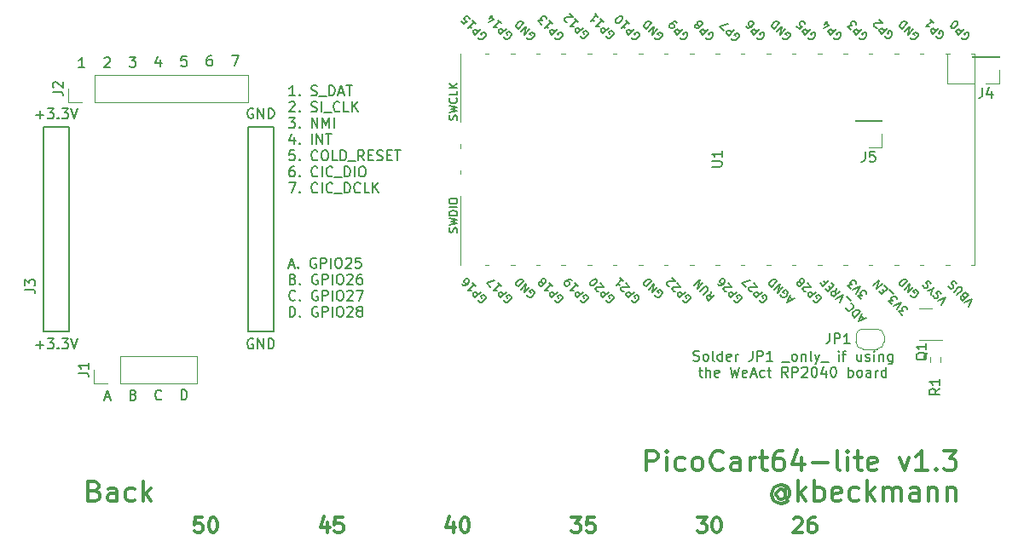
<source format=gto>
G04 #@! TF.GenerationSoftware,KiCad,Pcbnew,(6.0.9-0)*
G04 #@! TF.CreationDate,2022-11-09T18:09:48+01:00*
G04 #@! TF.ProjectId,picocart64_v1_lite,7069636f-6361-4727-9436-345f76315f6c,rev?*
G04 #@! TF.SameCoordinates,Original*
G04 #@! TF.FileFunction,Legend,Top*
G04 #@! TF.FilePolarity,Positive*
%FSLAX46Y46*%
G04 Gerber Fmt 4.6, Leading zero omitted, Abs format (unit mm)*
G04 Created by KiCad (PCBNEW (6.0.9-0)) date 2022-11-09 18:09:48*
%MOMM*%
%LPD*%
G01*
G04 APERTURE LIST*
%ADD10C,0.150000*%
%ADD11C,0.300000*%
%ADD12C,0.120000*%
G04 APERTURE END LIST*
D10*
X104355000Y-70870000D02*
X106895000Y-70870000D01*
X106895000Y-70870000D02*
X106895000Y-91190000D01*
X106895000Y-91190000D02*
X104355000Y-91190000D01*
X104355000Y-91190000D02*
X104355000Y-70870000D01*
X124675000Y-70870000D02*
X127215000Y-70870000D01*
X127215000Y-70870000D02*
X127215000Y-91190000D01*
X127215000Y-91190000D02*
X124675000Y-91190000D01*
X124675000Y-91190000D02*
X124675000Y-70870000D01*
D11*
X132571428Y-110178571D02*
X132571428Y-111178571D01*
X132214285Y-109607142D02*
X131857142Y-110678571D01*
X132785714Y-110678571D01*
X134071428Y-109678571D02*
X133357142Y-109678571D01*
X133285714Y-110392857D01*
X133357142Y-110321428D01*
X133500000Y-110250000D01*
X133857142Y-110250000D01*
X134000000Y-110321428D01*
X134071428Y-110392857D01*
X134142857Y-110535714D01*
X134142857Y-110892857D01*
X134071428Y-111035714D01*
X134000000Y-111107142D01*
X133857142Y-111178571D01*
X133500000Y-111178571D01*
X133357142Y-111107142D01*
X133285714Y-111035714D01*
X145071428Y-110178571D02*
X145071428Y-111178571D01*
X144714285Y-109607142D02*
X144357142Y-110678571D01*
X145285714Y-110678571D01*
X146142857Y-109678571D02*
X146285714Y-109678571D01*
X146428571Y-109750000D01*
X146500000Y-109821428D01*
X146571428Y-109964285D01*
X146642857Y-110250000D01*
X146642857Y-110607142D01*
X146571428Y-110892857D01*
X146500000Y-111035714D01*
X146428571Y-111107142D01*
X146285714Y-111178571D01*
X146142857Y-111178571D01*
X146000000Y-111107142D01*
X145928571Y-111035714D01*
X145857142Y-110892857D01*
X145785714Y-110607142D01*
X145785714Y-110250000D01*
X145857142Y-109964285D01*
X145928571Y-109821428D01*
X146000000Y-109750000D01*
X146142857Y-109678571D01*
X156785714Y-109678571D02*
X157714285Y-109678571D01*
X157214285Y-110250000D01*
X157428571Y-110250000D01*
X157571428Y-110321428D01*
X157642857Y-110392857D01*
X157714285Y-110535714D01*
X157714285Y-110892857D01*
X157642857Y-111035714D01*
X157571428Y-111107142D01*
X157428571Y-111178571D01*
X157000000Y-111178571D01*
X156857142Y-111107142D01*
X156785714Y-111035714D01*
X159071428Y-109678571D02*
X158357142Y-109678571D01*
X158285714Y-110392857D01*
X158357142Y-110321428D01*
X158500000Y-110250000D01*
X158857142Y-110250000D01*
X159000000Y-110321428D01*
X159071428Y-110392857D01*
X159142857Y-110535714D01*
X159142857Y-110892857D01*
X159071428Y-111035714D01*
X159000000Y-111107142D01*
X158857142Y-111178571D01*
X158500000Y-111178571D01*
X158357142Y-111107142D01*
X158285714Y-111035714D01*
X169285714Y-109678571D02*
X170214285Y-109678571D01*
X169714285Y-110250000D01*
X169928571Y-110250000D01*
X170071428Y-110321428D01*
X170142857Y-110392857D01*
X170214285Y-110535714D01*
X170214285Y-110892857D01*
X170142857Y-111035714D01*
X170071428Y-111107142D01*
X169928571Y-111178571D01*
X169500000Y-111178571D01*
X169357142Y-111107142D01*
X169285714Y-111035714D01*
X171142857Y-109678571D02*
X171285714Y-109678571D01*
X171428571Y-109750000D01*
X171500000Y-109821428D01*
X171571428Y-109964285D01*
X171642857Y-110250000D01*
X171642857Y-110607142D01*
X171571428Y-110892857D01*
X171500000Y-111035714D01*
X171428571Y-111107142D01*
X171285714Y-111178571D01*
X171142857Y-111178571D01*
X171000000Y-111107142D01*
X170928571Y-111035714D01*
X170857142Y-110892857D01*
X170785714Y-110607142D01*
X170785714Y-110250000D01*
X170857142Y-109964285D01*
X170928571Y-109821428D01*
X171000000Y-109750000D01*
X171142857Y-109678571D01*
X178857142Y-109821428D02*
X178928571Y-109750000D01*
X179071428Y-109678571D01*
X179428571Y-109678571D01*
X179571428Y-109750000D01*
X179642857Y-109821428D01*
X179714285Y-109964285D01*
X179714285Y-110107142D01*
X179642857Y-110321428D01*
X178785714Y-111178571D01*
X179714285Y-111178571D01*
X181000000Y-109678571D02*
X180714285Y-109678571D01*
X180571428Y-109750000D01*
X180500000Y-109821428D01*
X180357142Y-110035714D01*
X180285714Y-110321428D01*
X180285714Y-110892857D01*
X180357142Y-111035714D01*
X180428571Y-111107142D01*
X180571428Y-111178571D01*
X180857142Y-111178571D01*
X181000000Y-111107142D01*
X181071428Y-111035714D01*
X181142857Y-110892857D01*
X181142857Y-110535714D01*
X181071428Y-110392857D01*
X181000000Y-110321428D01*
X180857142Y-110250000D01*
X180571428Y-110250000D01*
X180428571Y-110321428D01*
X180357142Y-110392857D01*
X180285714Y-110535714D01*
D10*
X103625000Y-69671428D02*
X104386904Y-69671428D01*
X104005952Y-70052380D02*
X104005952Y-69290476D01*
X104767857Y-69052380D02*
X105386904Y-69052380D01*
X105053571Y-69433333D01*
X105196428Y-69433333D01*
X105291666Y-69480952D01*
X105339285Y-69528571D01*
X105386904Y-69623809D01*
X105386904Y-69861904D01*
X105339285Y-69957142D01*
X105291666Y-70004761D01*
X105196428Y-70052380D01*
X104910714Y-70052380D01*
X104815476Y-70004761D01*
X104767857Y-69957142D01*
X105815476Y-69957142D02*
X105863095Y-70004761D01*
X105815476Y-70052380D01*
X105767857Y-70004761D01*
X105815476Y-69957142D01*
X105815476Y-70052380D01*
X106196428Y-69052380D02*
X106815476Y-69052380D01*
X106482142Y-69433333D01*
X106625000Y-69433333D01*
X106720238Y-69480952D01*
X106767857Y-69528571D01*
X106815476Y-69623809D01*
X106815476Y-69861904D01*
X106767857Y-69957142D01*
X106720238Y-70004761D01*
X106625000Y-70052380D01*
X106339285Y-70052380D01*
X106244047Y-70004761D01*
X106196428Y-69957142D01*
X107101190Y-69052380D02*
X107434523Y-70052380D01*
X107767857Y-69052380D01*
X110466904Y-97740912D02*
X110943095Y-97740912D01*
X110371666Y-98026626D02*
X110705000Y-97026626D01*
X111038333Y-98026626D01*
X116094523Y-97910825D02*
X116046904Y-97958444D01*
X115904047Y-98006063D01*
X115808809Y-98006063D01*
X115665952Y-97958444D01*
X115570714Y-97863206D01*
X115523095Y-97767968D01*
X115475476Y-97577492D01*
X115475476Y-97434635D01*
X115523095Y-97244159D01*
X115570714Y-97148921D01*
X115665952Y-97053683D01*
X115808809Y-97006063D01*
X115904047Y-97006063D01*
X116046904Y-97053683D01*
X116094523Y-97101302D01*
X103625000Y-92531428D02*
X104386904Y-92531428D01*
X104005952Y-92912380D02*
X104005952Y-92150476D01*
X104767857Y-91912380D02*
X105386904Y-91912380D01*
X105053571Y-92293333D01*
X105196428Y-92293333D01*
X105291666Y-92340952D01*
X105339285Y-92388571D01*
X105386904Y-92483809D01*
X105386904Y-92721904D01*
X105339285Y-92817142D01*
X105291666Y-92864761D01*
X105196428Y-92912380D01*
X104910714Y-92912380D01*
X104815476Y-92864761D01*
X104767857Y-92817142D01*
X105815476Y-92817142D02*
X105863095Y-92864761D01*
X105815476Y-92912380D01*
X105767857Y-92864761D01*
X105815476Y-92817142D01*
X105815476Y-92912380D01*
X106196428Y-91912380D02*
X106815476Y-91912380D01*
X106482142Y-92293333D01*
X106625000Y-92293333D01*
X106720238Y-92340952D01*
X106767857Y-92388571D01*
X106815476Y-92483809D01*
X106815476Y-92721904D01*
X106767857Y-92817142D01*
X106720238Y-92864761D01*
X106625000Y-92912380D01*
X106339285Y-92912380D01*
X106244047Y-92864761D01*
X106196428Y-92817142D01*
X107101190Y-91912380D02*
X107434523Y-92912380D01*
X107767857Y-91912380D01*
X129353944Y-67762380D02*
X128782516Y-67762380D01*
X129068230Y-67762380D02*
X129068230Y-66762380D01*
X128972992Y-66905238D01*
X128877754Y-67000476D01*
X128782516Y-67048095D01*
X129782516Y-67667142D02*
X129830135Y-67714761D01*
X129782516Y-67762380D01*
X129734897Y-67714761D01*
X129782516Y-67667142D01*
X129782516Y-67762380D01*
X130972992Y-67714761D02*
X131115849Y-67762380D01*
X131353944Y-67762380D01*
X131449182Y-67714761D01*
X131496801Y-67667142D01*
X131544420Y-67571904D01*
X131544420Y-67476666D01*
X131496801Y-67381428D01*
X131449182Y-67333809D01*
X131353944Y-67286190D01*
X131163468Y-67238571D01*
X131068230Y-67190952D01*
X131020611Y-67143333D01*
X130972992Y-67048095D01*
X130972992Y-66952857D01*
X131020611Y-66857619D01*
X131068230Y-66810000D01*
X131163468Y-66762380D01*
X131401563Y-66762380D01*
X131544420Y-66810000D01*
X131734897Y-67857619D02*
X132496801Y-67857619D01*
X132734897Y-67762380D02*
X132734897Y-66762380D01*
X132972992Y-66762380D01*
X133115849Y-66810000D01*
X133211087Y-66905238D01*
X133258706Y-67000476D01*
X133306325Y-67190952D01*
X133306325Y-67333809D01*
X133258706Y-67524285D01*
X133211087Y-67619523D01*
X133115849Y-67714761D01*
X132972992Y-67762380D01*
X132734897Y-67762380D01*
X133687278Y-67476666D02*
X134163468Y-67476666D01*
X133592040Y-67762380D02*
X133925373Y-66762380D01*
X134258706Y-67762380D01*
X134449182Y-66762380D02*
X135020611Y-66762380D01*
X134734897Y-67762380D02*
X134734897Y-66762380D01*
X128782516Y-68467619D02*
X128830135Y-68420000D01*
X128925373Y-68372380D01*
X129163468Y-68372380D01*
X129258706Y-68420000D01*
X129306325Y-68467619D01*
X129353944Y-68562857D01*
X129353944Y-68658095D01*
X129306325Y-68800952D01*
X128734897Y-69372380D01*
X129353944Y-69372380D01*
X129782516Y-69277142D02*
X129830135Y-69324761D01*
X129782516Y-69372380D01*
X129734897Y-69324761D01*
X129782516Y-69277142D01*
X129782516Y-69372380D01*
X130972992Y-69324761D02*
X131115849Y-69372380D01*
X131353944Y-69372380D01*
X131449182Y-69324761D01*
X131496801Y-69277142D01*
X131544420Y-69181904D01*
X131544420Y-69086666D01*
X131496801Y-68991428D01*
X131449182Y-68943809D01*
X131353944Y-68896190D01*
X131163468Y-68848571D01*
X131068230Y-68800952D01*
X131020611Y-68753333D01*
X130972992Y-68658095D01*
X130972992Y-68562857D01*
X131020611Y-68467619D01*
X131068230Y-68420000D01*
X131163468Y-68372380D01*
X131401563Y-68372380D01*
X131544420Y-68420000D01*
X131972992Y-69372380D02*
X131972992Y-68372380D01*
X132211087Y-69467619D02*
X132972992Y-69467619D01*
X133782516Y-69277142D02*
X133734897Y-69324761D01*
X133592040Y-69372380D01*
X133496801Y-69372380D01*
X133353944Y-69324761D01*
X133258706Y-69229523D01*
X133211087Y-69134285D01*
X133163468Y-68943809D01*
X133163468Y-68800952D01*
X133211087Y-68610476D01*
X133258706Y-68515238D01*
X133353944Y-68420000D01*
X133496801Y-68372380D01*
X133592040Y-68372380D01*
X133734897Y-68420000D01*
X133782516Y-68467619D01*
X134687278Y-69372380D02*
X134211087Y-69372380D01*
X134211087Y-68372380D01*
X135020611Y-69372380D02*
X135020611Y-68372380D01*
X135592040Y-69372380D02*
X135163468Y-68800952D01*
X135592040Y-68372380D02*
X135020611Y-68943809D01*
X128734897Y-69982380D02*
X129353944Y-69982380D01*
X129020611Y-70363333D01*
X129163468Y-70363333D01*
X129258706Y-70410952D01*
X129306325Y-70458571D01*
X129353944Y-70553809D01*
X129353944Y-70791904D01*
X129306325Y-70887142D01*
X129258706Y-70934761D01*
X129163468Y-70982380D01*
X128877754Y-70982380D01*
X128782516Y-70934761D01*
X128734897Y-70887142D01*
X129782516Y-70887142D02*
X129830135Y-70934761D01*
X129782516Y-70982380D01*
X129734897Y-70934761D01*
X129782516Y-70887142D01*
X129782516Y-70982380D01*
X131020611Y-70982380D02*
X131020611Y-69982380D01*
X131592040Y-70982380D01*
X131592040Y-69982380D01*
X132068230Y-70982380D02*
X132068230Y-69982380D01*
X132401563Y-70696666D01*
X132734897Y-69982380D01*
X132734897Y-70982380D01*
X133211087Y-70982380D02*
X133211087Y-69982380D01*
X129258706Y-71925714D02*
X129258706Y-72592380D01*
X129020611Y-71544761D02*
X128782516Y-72259047D01*
X129401563Y-72259047D01*
X129782516Y-72497142D02*
X129830135Y-72544761D01*
X129782516Y-72592380D01*
X129734897Y-72544761D01*
X129782516Y-72497142D01*
X129782516Y-72592380D01*
X131020611Y-72592380D02*
X131020611Y-71592380D01*
X131496801Y-72592380D02*
X131496801Y-71592380D01*
X132068230Y-72592380D01*
X132068230Y-71592380D01*
X132401563Y-71592380D02*
X132972992Y-71592380D01*
X132687278Y-72592380D02*
X132687278Y-71592380D01*
X129306325Y-73202380D02*
X128830135Y-73202380D01*
X128782516Y-73678571D01*
X128830135Y-73630952D01*
X128925373Y-73583333D01*
X129163468Y-73583333D01*
X129258706Y-73630952D01*
X129306325Y-73678571D01*
X129353944Y-73773809D01*
X129353944Y-74011904D01*
X129306325Y-74107142D01*
X129258706Y-74154761D01*
X129163468Y-74202380D01*
X128925373Y-74202380D01*
X128830135Y-74154761D01*
X128782516Y-74107142D01*
X129782516Y-74107142D02*
X129830135Y-74154761D01*
X129782516Y-74202380D01*
X129734897Y-74154761D01*
X129782516Y-74107142D01*
X129782516Y-74202380D01*
X131592040Y-74107142D02*
X131544420Y-74154761D01*
X131401563Y-74202380D01*
X131306325Y-74202380D01*
X131163468Y-74154761D01*
X131068230Y-74059523D01*
X131020611Y-73964285D01*
X130972992Y-73773809D01*
X130972992Y-73630952D01*
X131020611Y-73440476D01*
X131068230Y-73345238D01*
X131163468Y-73250000D01*
X131306325Y-73202380D01*
X131401563Y-73202380D01*
X131544420Y-73250000D01*
X131592040Y-73297619D01*
X132211087Y-73202380D02*
X132401563Y-73202380D01*
X132496801Y-73250000D01*
X132592040Y-73345238D01*
X132639659Y-73535714D01*
X132639659Y-73869047D01*
X132592040Y-74059523D01*
X132496801Y-74154761D01*
X132401563Y-74202380D01*
X132211087Y-74202380D01*
X132115849Y-74154761D01*
X132020611Y-74059523D01*
X131972992Y-73869047D01*
X131972992Y-73535714D01*
X132020611Y-73345238D01*
X132115849Y-73250000D01*
X132211087Y-73202380D01*
X133544420Y-74202380D02*
X133068230Y-74202380D01*
X133068230Y-73202380D01*
X133877754Y-74202380D02*
X133877754Y-73202380D01*
X134115849Y-73202380D01*
X134258706Y-73250000D01*
X134353944Y-73345238D01*
X134401563Y-73440476D01*
X134449182Y-73630952D01*
X134449182Y-73773809D01*
X134401563Y-73964285D01*
X134353944Y-74059523D01*
X134258706Y-74154761D01*
X134115849Y-74202380D01*
X133877754Y-74202380D01*
X134639659Y-74297619D02*
X135401563Y-74297619D01*
X136211087Y-74202380D02*
X135877754Y-73726190D01*
X135639659Y-74202380D02*
X135639659Y-73202380D01*
X136020611Y-73202380D01*
X136115849Y-73250000D01*
X136163468Y-73297619D01*
X136211087Y-73392857D01*
X136211087Y-73535714D01*
X136163468Y-73630952D01*
X136115849Y-73678571D01*
X136020611Y-73726190D01*
X135639659Y-73726190D01*
X136639659Y-73678571D02*
X136972992Y-73678571D01*
X137115849Y-74202380D02*
X136639659Y-74202380D01*
X136639659Y-73202380D01*
X137115849Y-73202380D01*
X137496801Y-74154761D02*
X137639659Y-74202380D01*
X137877754Y-74202380D01*
X137972992Y-74154761D01*
X138020611Y-74107142D01*
X138068230Y-74011904D01*
X138068230Y-73916666D01*
X138020611Y-73821428D01*
X137972992Y-73773809D01*
X137877754Y-73726190D01*
X137687278Y-73678571D01*
X137592040Y-73630952D01*
X137544420Y-73583333D01*
X137496801Y-73488095D01*
X137496801Y-73392857D01*
X137544420Y-73297619D01*
X137592040Y-73250000D01*
X137687278Y-73202380D01*
X137925373Y-73202380D01*
X138068230Y-73250000D01*
X138496801Y-73678571D02*
X138830135Y-73678571D01*
X138972992Y-74202380D02*
X138496801Y-74202380D01*
X138496801Y-73202380D01*
X138972992Y-73202380D01*
X139258706Y-73202380D02*
X139830135Y-73202380D01*
X139544420Y-74202380D02*
X139544420Y-73202380D01*
X129258706Y-74812380D02*
X129068230Y-74812380D01*
X128972992Y-74860000D01*
X128925373Y-74907619D01*
X128830135Y-75050476D01*
X128782516Y-75240952D01*
X128782516Y-75621904D01*
X128830135Y-75717142D01*
X128877754Y-75764761D01*
X128972992Y-75812380D01*
X129163468Y-75812380D01*
X129258706Y-75764761D01*
X129306325Y-75717142D01*
X129353944Y-75621904D01*
X129353944Y-75383809D01*
X129306325Y-75288571D01*
X129258706Y-75240952D01*
X129163468Y-75193333D01*
X128972992Y-75193333D01*
X128877754Y-75240952D01*
X128830135Y-75288571D01*
X128782516Y-75383809D01*
X129782516Y-75717142D02*
X129830135Y-75764761D01*
X129782516Y-75812380D01*
X129734897Y-75764761D01*
X129782516Y-75717142D01*
X129782516Y-75812380D01*
X131592040Y-75717142D02*
X131544420Y-75764761D01*
X131401563Y-75812380D01*
X131306325Y-75812380D01*
X131163468Y-75764761D01*
X131068230Y-75669523D01*
X131020611Y-75574285D01*
X130972992Y-75383809D01*
X130972992Y-75240952D01*
X131020611Y-75050476D01*
X131068230Y-74955238D01*
X131163468Y-74860000D01*
X131306325Y-74812380D01*
X131401563Y-74812380D01*
X131544420Y-74860000D01*
X131592040Y-74907619D01*
X132020611Y-75812380D02*
X132020611Y-74812380D01*
X133068230Y-75717142D02*
X133020611Y-75764761D01*
X132877754Y-75812380D01*
X132782516Y-75812380D01*
X132639659Y-75764761D01*
X132544420Y-75669523D01*
X132496801Y-75574285D01*
X132449182Y-75383809D01*
X132449182Y-75240952D01*
X132496801Y-75050476D01*
X132544420Y-74955238D01*
X132639659Y-74860000D01*
X132782516Y-74812380D01*
X132877754Y-74812380D01*
X133020611Y-74860000D01*
X133068230Y-74907619D01*
X133258706Y-75907619D02*
X134020611Y-75907619D01*
X134258706Y-75812380D02*
X134258706Y-74812380D01*
X134496801Y-74812380D01*
X134639659Y-74860000D01*
X134734897Y-74955238D01*
X134782516Y-75050476D01*
X134830135Y-75240952D01*
X134830135Y-75383809D01*
X134782516Y-75574285D01*
X134734897Y-75669523D01*
X134639659Y-75764761D01*
X134496801Y-75812380D01*
X134258706Y-75812380D01*
X135258706Y-75812380D02*
X135258706Y-74812380D01*
X135925373Y-74812380D02*
X136115849Y-74812380D01*
X136211087Y-74860000D01*
X136306325Y-74955238D01*
X136353944Y-75145714D01*
X136353944Y-75479047D01*
X136306325Y-75669523D01*
X136211087Y-75764761D01*
X136115849Y-75812380D01*
X135925373Y-75812380D01*
X135830135Y-75764761D01*
X135734897Y-75669523D01*
X135687278Y-75479047D01*
X135687278Y-75145714D01*
X135734897Y-74955238D01*
X135830135Y-74860000D01*
X135925373Y-74812380D01*
X128734897Y-76422380D02*
X129401563Y-76422380D01*
X128972992Y-77422380D01*
X129782516Y-77327142D02*
X129830135Y-77374761D01*
X129782516Y-77422380D01*
X129734897Y-77374761D01*
X129782516Y-77327142D01*
X129782516Y-77422380D01*
X131592040Y-77327142D02*
X131544420Y-77374761D01*
X131401563Y-77422380D01*
X131306325Y-77422380D01*
X131163468Y-77374761D01*
X131068230Y-77279523D01*
X131020611Y-77184285D01*
X130972992Y-76993809D01*
X130972992Y-76850952D01*
X131020611Y-76660476D01*
X131068230Y-76565238D01*
X131163468Y-76470000D01*
X131306325Y-76422380D01*
X131401563Y-76422380D01*
X131544420Y-76470000D01*
X131592040Y-76517619D01*
X132020611Y-77422380D02*
X132020611Y-76422380D01*
X133068230Y-77327142D02*
X133020611Y-77374761D01*
X132877754Y-77422380D01*
X132782516Y-77422380D01*
X132639659Y-77374761D01*
X132544420Y-77279523D01*
X132496801Y-77184285D01*
X132449182Y-76993809D01*
X132449182Y-76850952D01*
X132496801Y-76660476D01*
X132544420Y-76565238D01*
X132639659Y-76470000D01*
X132782516Y-76422380D01*
X132877754Y-76422380D01*
X133020611Y-76470000D01*
X133068230Y-76517619D01*
X133258706Y-77517619D02*
X134020611Y-77517619D01*
X134258706Y-77422380D02*
X134258706Y-76422380D01*
X134496801Y-76422380D01*
X134639659Y-76470000D01*
X134734897Y-76565238D01*
X134782516Y-76660476D01*
X134830135Y-76850952D01*
X134830135Y-76993809D01*
X134782516Y-77184285D01*
X134734897Y-77279523D01*
X134639659Y-77374761D01*
X134496801Y-77422380D01*
X134258706Y-77422380D01*
X135830135Y-77327142D02*
X135782516Y-77374761D01*
X135639659Y-77422380D01*
X135544420Y-77422380D01*
X135401563Y-77374761D01*
X135306325Y-77279523D01*
X135258706Y-77184285D01*
X135211087Y-76993809D01*
X135211087Y-76850952D01*
X135258706Y-76660476D01*
X135306325Y-76565238D01*
X135401563Y-76470000D01*
X135544420Y-76422380D01*
X135639659Y-76422380D01*
X135782516Y-76470000D01*
X135830135Y-76517619D01*
X136734897Y-77422380D02*
X136258706Y-77422380D01*
X136258706Y-76422380D01*
X137068230Y-77422380D02*
X137068230Y-76422380D01*
X137639659Y-77422380D02*
X137211087Y-76850952D01*
X137639659Y-76422380D02*
X137068230Y-76993809D01*
X108450714Y-64968380D02*
X107879285Y-64968380D01*
X108165000Y-64968380D02*
X108165000Y-63968380D01*
X108069761Y-64111238D01*
X107974523Y-64206476D01*
X107879285Y-64254095D01*
X125183095Y-69086377D02*
X125087857Y-69038757D01*
X124945000Y-69038757D01*
X124802142Y-69086377D01*
X124706904Y-69181615D01*
X124659285Y-69276853D01*
X124611666Y-69467329D01*
X124611666Y-69610186D01*
X124659285Y-69800662D01*
X124706904Y-69895900D01*
X124802142Y-69991138D01*
X124945000Y-70038757D01*
X125040238Y-70038757D01*
X125183095Y-69991138D01*
X125230714Y-69943519D01*
X125230714Y-69610186D01*
X125040238Y-69610186D01*
X125659285Y-70038757D02*
X125659285Y-69038757D01*
X126230714Y-70038757D01*
X126230714Y-69038757D01*
X126706904Y-70038757D02*
X126706904Y-69038757D01*
X126945000Y-69038757D01*
X127087857Y-69086377D01*
X127183095Y-69181615D01*
X127230714Y-69276853D01*
X127278333Y-69467329D01*
X127278333Y-69610186D01*
X127230714Y-69800662D01*
X127183095Y-69895900D01*
X127087857Y-69991138D01*
X126945000Y-70038757D01*
X126706904Y-70038757D01*
D11*
X120142857Y-109678571D02*
X119428571Y-109678571D01*
X119357142Y-110392857D01*
X119428571Y-110321428D01*
X119571428Y-110250000D01*
X119928571Y-110250000D01*
X120071428Y-110321428D01*
X120142857Y-110392857D01*
X120214285Y-110535714D01*
X120214285Y-110892857D01*
X120142857Y-111035714D01*
X120071428Y-111107142D01*
X119928571Y-111178571D01*
X119571428Y-111178571D01*
X119428571Y-111107142D01*
X119357142Y-111035714D01*
X121142857Y-109678571D02*
X121285714Y-109678571D01*
X121428571Y-109750000D01*
X121500000Y-109821428D01*
X121571428Y-109964285D01*
X121642857Y-110250000D01*
X121642857Y-110607142D01*
X121571428Y-110892857D01*
X121500000Y-111035714D01*
X121428571Y-111107142D01*
X121285714Y-111178571D01*
X121142857Y-111178571D01*
X121000000Y-111107142D01*
X120928571Y-111035714D01*
X120857142Y-110892857D01*
X120785714Y-110607142D01*
X120785714Y-110250000D01*
X120857142Y-109964285D01*
X120928571Y-109821428D01*
X121000000Y-109750000D01*
X121142857Y-109678571D01*
D10*
X118563095Y-63841271D02*
X118086904Y-63841271D01*
X118039285Y-64317462D01*
X118086904Y-64269843D01*
X118182142Y-64222224D01*
X118420238Y-64222224D01*
X118515476Y-64269843D01*
X118563095Y-64317462D01*
X118610714Y-64412700D01*
X118610714Y-64650795D01*
X118563095Y-64746033D01*
X118515476Y-64793652D01*
X118420238Y-64841271D01*
X118182142Y-64841271D01*
X118086904Y-64793652D01*
X118039285Y-64746033D01*
X115975476Y-64215463D02*
X115975476Y-64882129D01*
X115737380Y-63834510D02*
X115499285Y-64548796D01*
X116118333Y-64548796D01*
X125179691Y-91960000D02*
X125084453Y-91912380D01*
X124941596Y-91912380D01*
X124798738Y-91960000D01*
X124703500Y-92055238D01*
X124655881Y-92150476D01*
X124608262Y-92340952D01*
X124608262Y-92483809D01*
X124655881Y-92674285D01*
X124703500Y-92769523D01*
X124798738Y-92864761D01*
X124941596Y-92912380D01*
X125036834Y-92912380D01*
X125179691Y-92864761D01*
X125227310Y-92817142D01*
X125227310Y-92483809D01*
X125036834Y-92483809D01*
X125655881Y-92912380D02*
X125655881Y-91912380D01*
X126227310Y-92912380D01*
X126227310Y-91912380D01*
X126703500Y-92912380D02*
X126703500Y-91912380D01*
X126941596Y-91912380D01*
X127084453Y-91960000D01*
X127179691Y-92055238D01*
X127227310Y-92150476D01*
X127274929Y-92340952D01*
X127274929Y-92483809D01*
X127227310Y-92674285D01*
X127179691Y-92769523D01*
X127084453Y-92864761D01*
X126941596Y-92912380D01*
X126703500Y-92912380D01*
X121055476Y-63800413D02*
X120865000Y-63800413D01*
X120769761Y-63848033D01*
X120722142Y-63895652D01*
X120626904Y-64038509D01*
X120579285Y-64228985D01*
X120579285Y-64609937D01*
X120626904Y-64705175D01*
X120674523Y-64752794D01*
X120769761Y-64800413D01*
X120960238Y-64800413D01*
X121055476Y-64752794D01*
X121103095Y-64705175D01*
X121150714Y-64609937D01*
X121150714Y-64371842D01*
X121103095Y-64276604D01*
X121055476Y-64228985D01*
X120960238Y-64181366D01*
X120769761Y-64181366D01*
X120674523Y-64228985D01*
X120626904Y-64276604D01*
X120579285Y-64371842D01*
X110419285Y-64059084D02*
X110466904Y-64011465D01*
X110562142Y-63963845D01*
X110800238Y-63963845D01*
X110895476Y-64011465D01*
X110943095Y-64059084D01*
X110990714Y-64154322D01*
X110990714Y-64249560D01*
X110943095Y-64392417D01*
X110371666Y-64963845D01*
X110990714Y-64963845D01*
X128772976Y-84619666D02*
X129249166Y-84619666D01*
X128677738Y-84905380D02*
X129011071Y-83905380D01*
X129344404Y-84905380D01*
X129677738Y-84810142D02*
X129725357Y-84857761D01*
X129677738Y-84905380D01*
X129630119Y-84857761D01*
X129677738Y-84810142D01*
X129677738Y-84905380D01*
X131439642Y-83953000D02*
X131344404Y-83905380D01*
X131201547Y-83905380D01*
X131058690Y-83953000D01*
X130963452Y-84048238D01*
X130915833Y-84143476D01*
X130868214Y-84333952D01*
X130868214Y-84476809D01*
X130915833Y-84667285D01*
X130963452Y-84762523D01*
X131058690Y-84857761D01*
X131201547Y-84905380D01*
X131296785Y-84905380D01*
X131439642Y-84857761D01*
X131487261Y-84810142D01*
X131487261Y-84476809D01*
X131296785Y-84476809D01*
X131915833Y-84905380D02*
X131915833Y-83905380D01*
X132296785Y-83905380D01*
X132392023Y-83953000D01*
X132439642Y-84000619D01*
X132487261Y-84095857D01*
X132487261Y-84238714D01*
X132439642Y-84333952D01*
X132392023Y-84381571D01*
X132296785Y-84429190D01*
X131915833Y-84429190D01*
X132915833Y-84905380D02*
X132915833Y-83905380D01*
X133582500Y-83905380D02*
X133772976Y-83905380D01*
X133868214Y-83953000D01*
X133963452Y-84048238D01*
X134011071Y-84238714D01*
X134011071Y-84572047D01*
X133963452Y-84762523D01*
X133868214Y-84857761D01*
X133772976Y-84905380D01*
X133582500Y-84905380D01*
X133487261Y-84857761D01*
X133392023Y-84762523D01*
X133344404Y-84572047D01*
X133344404Y-84238714D01*
X133392023Y-84048238D01*
X133487261Y-83953000D01*
X133582500Y-83905380D01*
X134392023Y-84000619D02*
X134439642Y-83953000D01*
X134534880Y-83905380D01*
X134772976Y-83905380D01*
X134868214Y-83953000D01*
X134915833Y-84000619D01*
X134963452Y-84095857D01*
X134963452Y-84191095D01*
X134915833Y-84333952D01*
X134344404Y-84905380D01*
X134963452Y-84905380D01*
X135868214Y-83905380D02*
X135392023Y-83905380D01*
X135344404Y-84381571D01*
X135392023Y-84333952D01*
X135487261Y-84286333D01*
X135725357Y-84286333D01*
X135820595Y-84333952D01*
X135868214Y-84381571D01*
X135915833Y-84476809D01*
X135915833Y-84714904D01*
X135868214Y-84810142D01*
X135820595Y-84857761D01*
X135725357Y-84905380D01*
X135487261Y-84905380D01*
X135392023Y-84857761D01*
X135344404Y-84810142D01*
X129153928Y-85991571D02*
X129296785Y-86039190D01*
X129344404Y-86086809D01*
X129392023Y-86182047D01*
X129392023Y-86324904D01*
X129344404Y-86420142D01*
X129296785Y-86467761D01*
X129201547Y-86515380D01*
X128820595Y-86515380D01*
X128820595Y-85515380D01*
X129153928Y-85515380D01*
X129249166Y-85563000D01*
X129296785Y-85610619D01*
X129344404Y-85705857D01*
X129344404Y-85801095D01*
X129296785Y-85896333D01*
X129249166Y-85943952D01*
X129153928Y-85991571D01*
X128820595Y-85991571D01*
X129820595Y-86420142D02*
X129868214Y-86467761D01*
X129820595Y-86515380D01*
X129772976Y-86467761D01*
X129820595Y-86420142D01*
X129820595Y-86515380D01*
X131582500Y-85563000D02*
X131487261Y-85515380D01*
X131344404Y-85515380D01*
X131201547Y-85563000D01*
X131106309Y-85658238D01*
X131058690Y-85753476D01*
X131011071Y-85943952D01*
X131011071Y-86086809D01*
X131058690Y-86277285D01*
X131106309Y-86372523D01*
X131201547Y-86467761D01*
X131344404Y-86515380D01*
X131439642Y-86515380D01*
X131582500Y-86467761D01*
X131630119Y-86420142D01*
X131630119Y-86086809D01*
X131439642Y-86086809D01*
X132058690Y-86515380D02*
X132058690Y-85515380D01*
X132439642Y-85515380D01*
X132534880Y-85563000D01*
X132582500Y-85610619D01*
X132630119Y-85705857D01*
X132630119Y-85848714D01*
X132582500Y-85943952D01*
X132534880Y-85991571D01*
X132439642Y-86039190D01*
X132058690Y-86039190D01*
X133058690Y-86515380D02*
X133058690Y-85515380D01*
X133725357Y-85515380D02*
X133915833Y-85515380D01*
X134011071Y-85563000D01*
X134106309Y-85658238D01*
X134153928Y-85848714D01*
X134153928Y-86182047D01*
X134106309Y-86372523D01*
X134011071Y-86467761D01*
X133915833Y-86515380D01*
X133725357Y-86515380D01*
X133630119Y-86467761D01*
X133534880Y-86372523D01*
X133487261Y-86182047D01*
X133487261Y-85848714D01*
X133534880Y-85658238D01*
X133630119Y-85563000D01*
X133725357Y-85515380D01*
X134534880Y-85610619D02*
X134582500Y-85563000D01*
X134677738Y-85515380D01*
X134915833Y-85515380D01*
X135011071Y-85563000D01*
X135058690Y-85610619D01*
X135106309Y-85705857D01*
X135106309Y-85801095D01*
X135058690Y-85943952D01*
X134487261Y-86515380D01*
X135106309Y-86515380D01*
X135963452Y-85515380D02*
X135772976Y-85515380D01*
X135677738Y-85563000D01*
X135630119Y-85610619D01*
X135534880Y-85753476D01*
X135487261Y-85943952D01*
X135487261Y-86324904D01*
X135534880Y-86420142D01*
X135582500Y-86467761D01*
X135677738Y-86515380D01*
X135868214Y-86515380D01*
X135963452Y-86467761D01*
X136011071Y-86420142D01*
X136058690Y-86324904D01*
X136058690Y-86086809D01*
X136011071Y-85991571D01*
X135963452Y-85943952D01*
X135868214Y-85896333D01*
X135677738Y-85896333D01*
X135582500Y-85943952D01*
X135534880Y-85991571D01*
X135487261Y-86086809D01*
X129392023Y-88030142D02*
X129344404Y-88077761D01*
X129201547Y-88125380D01*
X129106309Y-88125380D01*
X128963452Y-88077761D01*
X128868214Y-87982523D01*
X128820595Y-87887285D01*
X128772976Y-87696809D01*
X128772976Y-87553952D01*
X128820595Y-87363476D01*
X128868214Y-87268238D01*
X128963452Y-87173000D01*
X129106309Y-87125380D01*
X129201547Y-87125380D01*
X129344404Y-87173000D01*
X129392023Y-87220619D01*
X129820595Y-88030142D02*
X129868214Y-88077761D01*
X129820595Y-88125380D01*
X129772976Y-88077761D01*
X129820595Y-88030142D01*
X129820595Y-88125380D01*
X131582500Y-87173000D02*
X131487261Y-87125380D01*
X131344404Y-87125380D01*
X131201547Y-87173000D01*
X131106309Y-87268238D01*
X131058690Y-87363476D01*
X131011071Y-87553952D01*
X131011071Y-87696809D01*
X131058690Y-87887285D01*
X131106309Y-87982523D01*
X131201547Y-88077761D01*
X131344404Y-88125380D01*
X131439642Y-88125380D01*
X131582500Y-88077761D01*
X131630119Y-88030142D01*
X131630119Y-87696809D01*
X131439642Y-87696809D01*
X132058690Y-88125380D02*
X132058690Y-87125380D01*
X132439642Y-87125380D01*
X132534880Y-87173000D01*
X132582500Y-87220619D01*
X132630119Y-87315857D01*
X132630119Y-87458714D01*
X132582500Y-87553952D01*
X132534880Y-87601571D01*
X132439642Y-87649190D01*
X132058690Y-87649190D01*
X133058690Y-88125380D02*
X133058690Y-87125380D01*
X133725357Y-87125380D02*
X133915833Y-87125380D01*
X134011071Y-87173000D01*
X134106309Y-87268238D01*
X134153928Y-87458714D01*
X134153928Y-87792047D01*
X134106309Y-87982523D01*
X134011071Y-88077761D01*
X133915833Y-88125380D01*
X133725357Y-88125380D01*
X133630119Y-88077761D01*
X133534880Y-87982523D01*
X133487261Y-87792047D01*
X133487261Y-87458714D01*
X133534880Y-87268238D01*
X133630119Y-87173000D01*
X133725357Y-87125380D01*
X134534880Y-87220619D02*
X134582500Y-87173000D01*
X134677738Y-87125380D01*
X134915833Y-87125380D01*
X135011071Y-87173000D01*
X135058690Y-87220619D01*
X135106309Y-87315857D01*
X135106309Y-87411095D01*
X135058690Y-87553952D01*
X134487261Y-88125380D01*
X135106309Y-88125380D01*
X135439642Y-87125380D02*
X136106309Y-87125380D01*
X135677738Y-88125380D01*
X128820595Y-89735380D02*
X128820595Y-88735380D01*
X129058690Y-88735380D01*
X129201547Y-88783000D01*
X129296785Y-88878238D01*
X129344404Y-88973476D01*
X129392023Y-89163952D01*
X129392023Y-89306809D01*
X129344404Y-89497285D01*
X129296785Y-89592523D01*
X129201547Y-89687761D01*
X129058690Y-89735380D01*
X128820595Y-89735380D01*
X129820595Y-89640142D02*
X129868214Y-89687761D01*
X129820595Y-89735380D01*
X129772976Y-89687761D01*
X129820595Y-89640142D01*
X129820595Y-89735380D01*
X131582500Y-88783000D02*
X131487261Y-88735380D01*
X131344404Y-88735380D01*
X131201547Y-88783000D01*
X131106309Y-88878238D01*
X131058690Y-88973476D01*
X131011071Y-89163952D01*
X131011071Y-89306809D01*
X131058690Y-89497285D01*
X131106309Y-89592523D01*
X131201547Y-89687761D01*
X131344404Y-89735380D01*
X131439642Y-89735380D01*
X131582500Y-89687761D01*
X131630119Y-89640142D01*
X131630119Y-89306809D01*
X131439642Y-89306809D01*
X132058690Y-89735380D02*
X132058690Y-88735380D01*
X132439642Y-88735380D01*
X132534880Y-88783000D01*
X132582500Y-88830619D01*
X132630119Y-88925857D01*
X132630119Y-89068714D01*
X132582500Y-89163952D01*
X132534880Y-89211571D01*
X132439642Y-89259190D01*
X132058690Y-89259190D01*
X133058690Y-89735380D02*
X133058690Y-88735380D01*
X133725357Y-88735380D02*
X133915833Y-88735380D01*
X134011071Y-88783000D01*
X134106309Y-88878238D01*
X134153928Y-89068714D01*
X134153928Y-89402047D01*
X134106309Y-89592523D01*
X134011071Y-89687761D01*
X133915833Y-89735380D01*
X133725357Y-89735380D01*
X133630119Y-89687761D01*
X133534880Y-89592523D01*
X133487261Y-89402047D01*
X133487261Y-89068714D01*
X133534880Y-88878238D01*
X133630119Y-88783000D01*
X133725357Y-88735380D01*
X134534880Y-88830619D02*
X134582500Y-88783000D01*
X134677738Y-88735380D01*
X134915833Y-88735380D01*
X135011071Y-88783000D01*
X135058690Y-88830619D01*
X135106309Y-88925857D01*
X135106309Y-89021095D01*
X135058690Y-89163952D01*
X134487261Y-89735380D01*
X135106309Y-89735380D01*
X135677738Y-89163952D02*
X135582500Y-89116333D01*
X135534880Y-89068714D01*
X135487261Y-88973476D01*
X135487261Y-88925857D01*
X135534880Y-88830619D01*
X135582500Y-88783000D01*
X135677738Y-88735380D01*
X135868214Y-88735380D01*
X135963452Y-88783000D01*
X136011071Y-88830619D01*
X136058690Y-88925857D01*
X136058690Y-88973476D01*
X136011071Y-89068714D01*
X135963452Y-89116333D01*
X135868214Y-89163952D01*
X135677738Y-89163952D01*
X135582500Y-89211571D01*
X135534880Y-89259190D01*
X135487261Y-89354428D01*
X135487261Y-89544904D01*
X135534880Y-89640142D01*
X135582500Y-89687761D01*
X135677738Y-89735380D01*
X135868214Y-89735380D01*
X135963452Y-89687761D01*
X136011071Y-89640142D01*
X136058690Y-89544904D01*
X136058690Y-89354428D01*
X136011071Y-89259190D01*
X135963452Y-89211571D01*
X135868214Y-89163952D01*
X113316428Y-97495937D02*
X113459285Y-97543556D01*
X113506904Y-97591175D01*
X113554523Y-97686413D01*
X113554523Y-97829270D01*
X113506904Y-97924508D01*
X113459285Y-97972127D01*
X113364047Y-98019746D01*
X112983095Y-98019746D01*
X112983095Y-97019746D01*
X113316428Y-97019746D01*
X113411666Y-97067366D01*
X113459285Y-97114985D01*
X113506904Y-97210223D01*
X113506904Y-97305461D01*
X113459285Y-97400699D01*
X113411666Y-97448318D01*
X113316428Y-97495937D01*
X112983095Y-97495937D01*
X168920238Y-94079761D02*
X169063095Y-94127380D01*
X169301190Y-94127380D01*
X169396428Y-94079761D01*
X169444047Y-94032142D01*
X169491666Y-93936904D01*
X169491666Y-93841666D01*
X169444047Y-93746428D01*
X169396428Y-93698809D01*
X169301190Y-93651190D01*
X169110714Y-93603571D01*
X169015476Y-93555952D01*
X168967857Y-93508333D01*
X168920238Y-93413095D01*
X168920238Y-93317857D01*
X168967857Y-93222619D01*
X169015476Y-93175000D01*
X169110714Y-93127380D01*
X169348809Y-93127380D01*
X169491666Y-93175000D01*
X170063095Y-94127380D02*
X169967857Y-94079761D01*
X169920238Y-94032142D01*
X169872619Y-93936904D01*
X169872619Y-93651190D01*
X169920238Y-93555952D01*
X169967857Y-93508333D01*
X170063095Y-93460714D01*
X170205952Y-93460714D01*
X170301190Y-93508333D01*
X170348809Y-93555952D01*
X170396428Y-93651190D01*
X170396428Y-93936904D01*
X170348809Y-94032142D01*
X170301190Y-94079761D01*
X170205952Y-94127380D01*
X170063095Y-94127380D01*
X170967857Y-94127380D02*
X170872619Y-94079761D01*
X170825000Y-93984523D01*
X170825000Y-93127380D01*
X171777380Y-94127380D02*
X171777380Y-93127380D01*
X171777380Y-94079761D02*
X171682142Y-94127380D01*
X171491666Y-94127380D01*
X171396428Y-94079761D01*
X171348809Y-94032142D01*
X171301190Y-93936904D01*
X171301190Y-93651190D01*
X171348809Y-93555952D01*
X171396428Y-93508333D01*
X171491666Y-93460714D01*
X171682142Y-93460714D01*
X171777380Y-93508333D01*
X172634523Y-94079761D02*
X172539285Y-94127380D01*
X172348809Y-94127380D01*
X172253571Y-94079761D01*
X172205952Y-93984523D01*
X172205952Y-93603571D01*
X172253571Y-93508333D01*
X172348809Y-93460714D01*
X172539285Y-93460714D01*
X172634523Y-93508333D01*
X172682142Y-93603571D01*
X172682142Y-93698809D01*
X172205952Y-93794047D01*
X173110714Y-94127380D02*
X173110714Y-93460714D01*
X173110714Y-93651190D02*
X173158333Y-93555952D01*
X173205952Y-93508333D01*
X173301190Y-93460714D01*
X173396428Y-93460714D01*
X174777380Y-93127380D02*
X174777380Y-93841666D01*
X174729761Y-93984523D01*
X174634523Y-94079761D01*
X174491666Y-94127380D01*
X174396428Y-94127380D01*
X175253571Y-94127380D02*
X175253571Y-93127380D01*
X175634523Y-93127380D01*
X175729761Y-93175000D01*
X175777380Y-93222619D01*
X175825000Y-93317857D01*
X175825000Y-93460714D01*
X175777380Y-93555952D01*
X175729761Y-93603571D01*
X175634523Y-93651190D01*
X175253571Y-93651190D01*
X176777380Y-94127380D02*
X176205952Y-94127380D01*
X176491666Y-94127380D02*
X176491666Y-93127380D01*
X176396428Y-93270238D01*
X176301190Y-93365476D01*
X176205952Y-93413095D01*
X177729761Y-94222619D02*
X178491666Y-94222619D01*
X178872619Y-94127380D02*
X178777380Y-94079761D01*
X178729761Y-94032142D01*
X178682142Y-93936904D01*
X178682142Y-93651190D01*
X178729761Y-93555952D01*
X178777380Y-93508333D01*
X178872619Y-93460714D01*
X179015476Y-93460714D01*
X179110714Y-93508333D01*
X179158333Y-93555952D01*
X179205952Y-93651190D01*
X179205952Y-93936904D01*
X179158333Y-94032142D01*
X179110714Y-94079761D01*
X179015476Y-94127380D01*
X178872619Y-94127380D01*
X179634523Y-93460714D02*
X179634523Y-94127380D01*
X179634523Y-93555952D02*
X179682142Y-93508333D01*
X179777380Y-93460714D01*
X179920238Y-93460714D01*
X180015476Y-93508333D01*
X180063095Y-93603571D01*
X180063095Y-94127380D01*
X180682142Y-94127380D02*
X180586904Y-94079761D01*
X180539285Y-93984523D01*
X180539285Y-93127380D01*
X180967857Y-93460714D02*
X181205952Y-94127380D01*
X181444047Y-93460714D02*
X181205952Y-94127380D01*
X181110714Y-94365476D01*
X181063095Y-94413095D01*
X180967857Y-94460714D01*
X181586904Y-94222619D02*
X182348809Y-94222619D01*
X183348809Y-94127380D02*
X183348809Y-93460714D01*
X183348809Y-93127380D02*
X183301190Y-93175000D01*
X183348809Y-93222619D01*
X183396428Y-93175000D01*
X183348809Y-93127380D01*
X183348809Y-93222619D01*
X183682142Y-93460714D02*
X184063095Y-93460714D01*
X183825000Y-94127380D02*
X183825000Y-93270238D01*
X183872619Y-93175000D01*
X183967857Y-93127380D01*
X184063095Y-93127380D01*
X185586904Y-93460714D02*
X185586904Y-94127380D01*
X185158333Y-93460714D02*
X185158333Y-93984523D01*
X185205952Y-94079761D01*
X185301190Y-94127380D01*
X185444047Y-94127380D01*
X185539285Y-94079761D01*
X185586904Y-94032142D01*
X186015476Y-94079761D02*
X186110714Y-94127380D01*
X186301190Y-94127380D01*
X186396428Y-94079761D01*
X186444047Y-93984523D01*
X186444047Y-93936904D01*
X186396428Y-93841666D01*
X186301190Y-93794047D01*
X186158333Y-93794047D01*
X186063095Y-93746428D01*
X186015476Y-93651190D01*
X186015476Y-93603571D01*
X186063095Y-93508333D01*
X186158333Y-93460714D01*
X186301190Y-93460714D01*
X186396428Y-93508333D01*
X186872619Y-94127380D02*
X186872619Y-93460714D01*
X186872619Y-93127380D02*
X186825000Y-93175000D01*
X186872619Y-93222619D01*
X186920238Y-93175000D01*
X186872619Y-93127380D01*
X186872619Y-93222619D01*
X187348809Y-93460714D02*
X187348809Y-94127380D01*
X187348809Y-93555952D02*
X187396428Y-93508333D01*
X187491666Y-93460714D01*
X187634523Y-93460714D01*
X187729761Y-93508333D01*
X187777380Y-93603571D01*
X187777380Y-94127380D01*
X188682142Y-93460714D02*
X188682142Y-94270238D01*
X188634523Y-94365476D01*
X188586904Y-94413095D01*
X188491666Y-94460714D01*
X188348809Y-94460714D01*
X188253571Y-94413095D01*
X188682142Y-94079761D02*
X188586904Y-94127380D01*
X188396428Y-94127380D01*
X188301190Y-94079761D01*
X188253571Y-94032142D01*
X188205952Y-93936904D01*
X188205952Y-93651190D01*
X188253571Y-93555952D01*
X188301190Y-93508333D01*
X188396428Y-93460714D01*
X188586904Y-93460714D01*
X188682142Y-93508333D01*
X169444047Y-95070714D02*
X169825000Y-95070714D01*
X169586904Y-94737380D02*
X169586904Y-95594523D01*
X169634523Y-95689761D01*
X169729761Y-95737380D01*
X169825000Y-95737380D01*
X170158333Y-95737380D02*
X170158333Y-94737380D01*
X170586904Y-95737380D02*
X170586904Y-95213571D01*
X170539285Y-95118333D01*
X170444047Y-95070714D01*
X170301190Y-95070714D01*
X170205952Y-95118333D01*
X170158333Y-95165952D01*
X171444047Y-95689761D02*
X171348809Y-95737380D01*
X171158333Y-95737380D01*
X171063095Y-95689761D01*
X171015476Y-95594523D01*
X171015476Y-95213571D01*
X171063095Y-95118333D01*
X171158333Y-95070714D01*
X171348809Y-95070714D01*
X171444047Y-95118333D01*
X171491666Y-95213571D01*
X171491666Y-95308809D01*
X171015476Y-95404047D01*
X172586904Y-94737380D02*
X172825000Y-95737380D01*
X173015476Y-95023095D01*
X173205952Y-95737380D01*
X173444047Y-94737380D01*
X174205952Y-95689761D02*
X174110714Y-95737380D01*
X173920238Y-95737380D01*
X173825000Y-95689761D01*
X173777380Y-95594523D01*
X173777380Y-95213571D01*
X173825000Y-95118333D01*
X173920238Y-95070714D01*
X174110714Y-95070714D01*
X174205952Y-95118333D01*
X174253571Y-95213571D01*
X174253571Y-95308809D01*
X173777380Y-95404047D01*
X174634523Y-95451666D02*
X175110714Y-95451666D01*
X174539285Y-95737380D02*
X174872619Y-94737380D01*
X175205952Y-95737380D01*
X175967857Y-95689761D02*
X175872619Y-95737380D01*
X175682142Y-95737380D01*
X175586904Y-95689761D01*
X175539285Y-95642142D01*
X175491666Y-95546904D01*
X175491666Y-95261190D01*
X175539285Y-95165952D01*
X175586904Y-95118333D01*
X175682142Y-95070714D01*
X175872619Y-95070714D01*
X175967857Y-95118333D01*
X176253571Y-95070714D02*
X176634523Y-95070714D01*
X176396428Y-94737380D02*
X176396428Y-95594523D01*
X176444047Y-95689761D01*
X176539285Y-95737380D01*
X176634523Y-95737380D01*
X178301190Y-95737380D02*
X177967857Y-95261190D01*
X177729761Y-95737380D02*
X177729761Y-94737380D01*
X178110714Y-94737380D01*
X178205952Y-94785000D01*
X178253571Y-94832619D01*
X178301190Y-94927857D01*
X178301190Y-95070714D01*
X178253571Y-95165952D01*
X178205952Y-95213571D01*
X178110714Y-95261190D01*
X177729761Y-95261190D01*
X178729761Y-95737380D02*
X178729761Y-94737380D01*
X179110714Y-94737380D01*
X179205952Y-94785000D01*
X179253571Y-94832619D01*
X179301190Y-94927857D01*
X179301190Y-95070714D01*
X179253571Y-95165952D01*
X179205952Y-95213571D01*
X179110714Y-95261190D01*
X178729761Y-95261190D01*
X179682142Y-94832619D02*
X179729761Y-94785000D01*
X179825000Y-94737380D01*
X180063095Y-94737380D01*
X180158333Y-94785000D01*
X180205952Y-94832619D01*
X180253571Y-94927857D01*
X180253571Y-95023095D01*
X180205952Y-95165952D01*
X179634523Y-95737380D01*
X180253571Y-95737380D01*
X180872619Y-94737380D02*
X180967857Y-94737380D01*
X181063095Y-94785000D01*
X181110714Y-94832619D01*
X181158333Y-94927857D01*
X181205952Y-95118333D01*
X181205952Y-95356428D01*
X181158333Y-95546904D01*
X181110714Y-95642142D01*
X181063095Y-95689761D01*
X180967857Y-95737380D01*
X180872619Y-95737380D01*
X180777380Y-95689761D01*
X180729761Y-95642142D01*
X180682142Y-95546904D01*
X180634523Y-95356428D01*
X180634523Y-95118333D01*
X180682142Y-94927857D01*
X180729761Y-94832619D01*
X180777380Y-94785000D01*
X180872619Y-94737380D01*
X182063095Y-95070714D02*
X182063095Y-95737380D01*
X181825000Y-94689761D02*
X181586904Y-95404047D01*
X182205952Y-95404047D01*
X182777380Y-94737380D02*
X182872619Y-94737380D01*
X182967857Y-94785000D01*
X183015476Y-94832619D01*
X183063095Y-94927857D01*
X183110714Y-95118333D01*
X183110714Y-95356428D01*
X183063095Y-95546904D01*
X183015476Y-95642142D01*
X182967857Y-95689761D01*
X182872619Y-95737380D01*
X182777380Y-95737380D01*
X182682142Y-95689761D01*
X182634523Y-95642142D01*
X182586904Y-95546904D01*
X182539285Y-95356428D01*
X182539285Y-95118333D01*
X182586904Y-94927857D01*
X182634523Y-94832619D01*
X182682142Y-94785000D01*
X182777380Y-94737380D01*
X184301190Y-95737380D02*
X184301190Y-94737380D01*
X184301190Y-95118333D02*
X184396428Y-95070714D01*
X184586904Y-95070714D01*
X184682142Y-95118333D01*
X184729761Y-95165952D01*
X184777380Y-95261190D01*
X184777380Y-95546904D01*
X184729761Y-95642142D01*
X184682142Y-95689761D01*
X184586904Y-95737380D01*
X184396428Y-95737380D01*
X184301190Y-95689761D01*
X185348809Y-95737380D02*
X185253571Y-95689761D01*
X185205952Y-95642142D01*
X185158333Y-95546904D01*
X185158333Y-95261190D01*
X185205952Y-95165952D01*
X185253571Y-95118333D01*
X185348809Y-95070714D01*
X185491666Y-95070714D01*
X185586904Y-95118333D01*
X185634523Y-95165952D01*
X185682142Y-95261190D01*
X185682142Y-95546904D01*
X185634523Y-95642142D01*
X185586904Y-95689761D01*
X185491666Y-95737380D01*
X185348809Y-95737380D01*
X186539285Y-95737380D02*
X186539285Y-95213571D01*
X186491666Y-95118333D01*
X186396428Y-95070714D01*
X186205952Y-95070714D01*
X186110714Y-95118333D01*
X186539285Y-95689761D02*
X186444047Y-95737380D01*
X186205952Y-95737380D01*
X186110714Y-95689761D01*
X186063095Y-95594523D01*
X186063095Y-95499285D01*
X186110714Y-95404047D01*
X186205952Y-95356428D01*
X186444047Y-95356428D01*
X186539285Y-95308809D01*
X187015476Y-95737380D02*
X187015476Y-95070714D01*
X187015476Y-95261190D02*
X187063095Y-95165952D01*
X187110714Y-95118333D01*
X187205952Y-95070714D01*
X187301190Y-95070714D01*
X188063095Y-95737380D02*
X188063095Y-94737380D01*
X188063095Y-95689761D02*
X187967857Y-95737380D01*
X187777380Y-95737380D01*
X187682142Y-95689761D01*
X187634523Y-95642142D01*
X187586904Y-95546904D01*
X187586904Y-95261190D01*
X187634523Y-95165952D01*
X187682142Y-95118333D01*
X187777380Y-95070714D01*
X187967857Y-95070714D01*
X188063095Y-95118333D01*
X123071666Y-63759555D02*
X123738333Y-63759555D01*
X123309761Y-64759555D01*
X118063095Y-97992380D02*
X118063095Y-96992380D01*
X118301190Y-96992380D01*
X118444047Y-97040000D01*
X118539285Y-97135238D01*
X118586904Y-97230476D01*
X118634523Y-97420952D01*
X118634523Y-97563809D01*
X118586904Y-97754285D01*
X118539285Y-97849523D01*
X118444047Y-97944761D01*
X118301190Y-97992380D01*
X118063095Y-97992380D01*
X112911666Y-63922987D02*
X113530714Y-63922987D01*
X113197380Y-64303940D01*
X113340238Y-64303940D01*
X113435476Y-64351559D01*
X113483095Y-64399178D01*
X113530714Y-64494416D01*
X113530714Y-64732511D01*
X113483095Y-64827749D01*
X113435476Y-64875368D01*
X113340238Y-64922987D01*
X113054523Y-64922987D01*
X112959285Y-64875368D01*
X112911666Y-64827749D01*
X197606656Y-66982377D02*
X197606656Y-67696663D01*
X197559037Y-67839520D01*
X197463799Y-67934758D01*
X197320942Y-67982377D01*
X197225704Y-67982377D01*
X198511418Y-67315711D02*
X198511418Y-67982377D01*
X198273323Y-66934758D02*
X198035228Y-67649044D01*
X198654275Y-67649044D01*
X185966666Y-73332380D02*
X185966666Y-74046666D01*
X185919047Y-74189523D01*
X185823809Y-74284761D01*
X185680952Y-74332380D01*
X185585714Y-74332380D01*
X186919047Y-73332380D02*
X186442857Y-73332380D01*
X186395238Y-73808571D01*
X186442857Y-73760952D01*
X186538095Y-73713333D01*
X186776190Y-73713333D01*
X186871428Y-73760952D01*
X186919047Y-73808571D01*
X186966666Y-73903809D01*
X186966666Y-74141904D01*
X186919047Y-74237142D01*
X186871428Y-74284761D01*
X186776190Y-74332380D01*
X186538095Y-74332380D01*
X186442857Y-74284761D01*
X186395238Y-74237142D01*
X107827380Y-95333333D02*
X108541666Y-95333333D01*
X108684523Y-95380952D01*
X108779761Y-95476190D01*
X108827380Y-95619047D01*
X108827380Y-95714285D01*
X108827380Y-94333333D02*
X108827380Y-94904761D01*
X108827380Y-94619047D02*
X107827380Y-94619047D01*
X107970238Y-94714285D01*
X108065476Y-94809523D01*
X108113095Y-94904761D01*
X102552380Y-87043333D02*
X103266666Y-87043333D01*
X103409523Y-87090952D01*
X103504761Y-87186190D01*
X103552380Y-87329047D01*
X103552380Y-87424285D01*
X102552380Y-86662380D02*
X102552380Y-86043333D01*
X102933333Y-86376666D01*
X102933333Y-86233809D01*
X102980952Y-86138571D01*
X103028571Y-86090952D01*
X103123809Y-86043333D01*
X103361904Y-86043333D01*
X103457142Y-86090952D01*
X103504761Y-86138571D01*
X103552380Y-86233809D01*
X103552380Y-86519523D01*
X103504761Y-86614761D01*
X103457142Y-86662380D01*
X193377380Y-96876666D02*
X192901190Y-97210000D01*
X193377380Y-97448095D02*
X192377380Y-97448095D01*
X192377380Y-97067142D01*
X192425000Y-96971904D01*
X192472619Y-96924285D01*
X192567857Y-96876666D01*
X192710714Y-96876666D01*
X192805952Y-96924285D01*
X192853571Y-96971904D01*
X192901190Y-97067142D01*
X192901190Y-97448095D01*
X193377380Y-95924285D02*
X193377380Y-96495714D01*
X193377380Y-96210000D02*
X192377380Y-96210000D01*
X192520238Y-96305238D01*
X192615476Y-96400476D01*
X192663095Y-96495714D01*
X182436666Y-91392380D02*
X182436666Y-92106666D01*
X182389047Y-92249523D01*
X182293809Y-92344761D01*
X182150952Y-92392380D01*
X182055714Y-92392380D01*
X182912857Y-92392380D02*
X182912857Y-91392380D01*
X183293809Y-91392380D01*
X183389047Y-91440000D01*
X183436666Y-91487619D01*
X183484285Y-91582857D01*
X183484285Y-91725714D01*
X183436666Y-91820952D01*
X183389047Y-91868571D01*
X183293809Y-91916190D01*
X182912857Y-91916190D01*
X184436666Y-92392380D02*
X183865238Y-92392380D01*
X184150952Y-92392380D02*
X184150952Y-91392380D01*
X184055714Y-91535238D01*
X183960476Y-91630476D01*
X183865238Y-91678095D01*
X170740980Y-74836904D02*
X171550504Y-74836904D01*
X171645742Y-74789285D01*
X171693361Y-74741666D01*
X171740980Y-74646428D01*
X171740980Y-74455952D01*
X171693361Y-74360714D01*
X171645742Y-74313095D01*
X171550504Y-74265476D01*
X170740980Y-74265476D01*
X171740980Y-73265476D02*
X171740980Y-73836904D01*
X171740980Y-73551190D02*
X170740980Y-73551190D01*
X170883838Y-73646428D01*
X170979076Y-73741666D01*
X171026695Y-73836904D01*
X165086755Y-61988841D02*
X165113693Y-62069653D01*
X165194505Y-62150465D01*
X165302254Y-62204340D01*
X165410004Y-62204340D01*
X165490816Y-62177402D01*
X165625503Y-62096590D01*
X165706315Y-62015778D01*
X165787128Y-61881091D01*
X165814065Y-61800279D01*
X165814065Y-61692529D01*
X165760190Y-61584780D01*
X165706315Y-61530905D01*
X165598566Y-61477030D01*
X165544691Y-61477030D01*
X165356129Y-61665592D01*
X165463879Y-61773341D01*
X165356129Y-61180719D02*
X164790444Y-61746404D01*
X165032880Y-60857470D01*
X164467195Y-61423155D01*
X164763506Y-60588096D02*
X164197821Y-61153781D01*
X164063134Y-61019094D01*
X164009259Y-60911345D01*
X164009259Y-60803595D01*
X164036197Y-60722783D01*
X164117009Y-60588096D01*
X164197821Y-60507284D01*
X164332508Y-60426471D01*
X164413320Y-60399534D01*
X164521070Y-60399534D01*
X164628819Y-60453409D01*
X164763506Y-60588096D01*
X193009818Y-61861903D02*
X193036755Y-61942715D01*
X193117567Y-62023528D01*
X193225317Y-62077402D01*
X193333067Y-62077402D01*
X193413879Y-62050465D01*
X193548566Y-61969653D01*
X193629378Y-61888841D01*
X193710190Y-61754154D01*
X193737128Y-61673341D01*
X193737128Y-61565592D01*
X193683253Y-61457842D01*
X193629378Y-61403967D01*
X193521628Y-61350093D01*
X193467754Y-61350093D01*
X193279192Y-61538654D01*
X193386941Y-61646404D01*
X193279192Y-61053781D02*
X192713506Y-61619467D01*
X192498007Y-61403967D01*
X192471070Y-61323155D01*
X192471070Y-61269280D01*
X192498007Y-61188468D01*
X192578819Y-61107656D01*
X192659632Y-61080719D01*
X192713506Y-61080719D01*
X192794319Y-61107656D01*
X193009818Y-61323155D01*
X192417195Y-60191784D02*
X192740444Y-60515033D01*
X192578819Y-60353409D02*
X192013134Y-60919094D01*
X192147821Y-60892157D01*
X192255571Y-60892157D01*
X192336383Y-60919094D01*
X157709192Y-61831277D02*
X157736129Y-61912089D01*
X157816941Y-61992902D01*
X157924691Y-62046776D01*
X158032441Y-62046776D01*
X158113253Y-62019839D01*
X158247940Y-61939027D01*
X158328752Y-61858215D01*
X158409564Y-61723528D01*
X158436502Y-61642715D01*
X158436502Y-61534966D01*
X158382627Y-61427216D01*
X158328752Y-61373341D01*
X158221002Y-61319467D01*
X158167128Y-61319467D01*
X157978566Y-61508028D01*
X158086315Y-61615778D01*
X157978566Y-61023155D02*
X157412880Y-61588841D01*
X157197381Y-61373341D01*
X157170444Y-61292529D01*
X157170444Y-61238654D01*
X157197381Y-61157842D01*
X157278193Y-61077030D01*
X157359006Y-61050093D01*
X157412880Y-61050093D01*
X157493693Y-61077030D01*
X157709192Y-61292529D01*
X157116569Y-60161158D02*
X157439818Y-60484407D01*
X157278193Y-60322783D02*
X156712508Y-60888468D01*
X156847195Y-60861531D01*
X156954945Y-60861531D01*
X157035757Y-60888468D01*
X156389259Y-60457470D02*
X156335384Y-60457470D01*
X156254572Y-60430532D01*
X156119885Y-60295845D01*
X156092948Y-60215033D01*
X156092948Y-60161158D01*
X156119885Y-60080346D01*
X156173760Y-60026471D01*
X156281510Y-59972597D01*
X156928007Y-59972597D01*
X156577821Y-59622410D01*
X190486755Y-87588841D02*
X190513693Y-87669653D01*
X190594505Y-87750465D01*
X190702254Y-87804340D01*
X190810004Y-87804340D01*
X190890816Y-87777402D01*
X191025503Y-87696590D01*
X191106315Y-87615778D01*
X191187128Y-87481091D01*
X191214065Y-87400279D01*
X191214065Y-87292529D01*
X191160190Y-87184780D01*
X191106315Y-87130905D01*
X190998566Y-87077030D01*
X190944691Y-87077030D01*
X190756129Y-87265592D01*
X190863879Y-87373341D01*
X190756129Y-86780719D02*
X190190444Y-87346404D01*
X190432880Y-86457470D01*
X189867195Y-87023155D01*
X190163506Y-86188096D02*
X189597821Y-86753781D01*
X189463134Y-86619094D01*
X189409259Y-86511345D01*
X189409259Y-86403595D01*
X189436197Y-86322783D01*
X189517009Y-86188096D01*
X189597821Y-86107284D01*
X189732508Y-86026471D01*
X189813320Y-85999534D01*
X189921070Y-85999534D01*
X190028819Y-86053409D01*
X190163506Y-86188096D01*
X185379818Y-61961903D02*
X185406755Y-62042715D01*
X185487567Y-62123528D01*
X185595317Y-62177402D01*
X185703067Y-62177402D01*
X185783879Y-62150465D01*
X185918566Y-62069653D01*
X185999378Y-61988841D01*
X186080190Y-61854154D01*
X186107128Y-61773341D01*
X186107128Y-61665592D01*
X186053253Y-61557842D01*
X185999378Y-61503967D01*
X185891628Y-61450093D01*
X185837754Y-61450093D01*
X185649192Y-61638654D01*
X185756941Y-61746404D01*
X185649192Y-61153781D02*
X185083506Y-61719467D01*
X184868007Y-61503967D01*
X184841070Y-61423155D01*
X184841070Y-61369280D01*
X184868007Y-61288468D01*
X184948819Y-61207656D01*
X185029632Y-61180719D01*
X185083506Y-61180719D01*
X185164319Y-61207656D01*
X185379818Y-61423155D01*
X184571696Y-61207656D02*
X184221510Y-60857470D01*
X184625571Y-60830532D01*
X184544758Y-60749720D01*
X184517821Y-60668908D01*
X184517821Y-60615033D01*
X184544758Y-60534221D01*
X184679445Y-60399534D01*
X184760258Y-60372597D01*
X184814132Y-60372597D01*
X184894945Y-60399534D01*
X185056569Y-60561158D01*
X185083506Y-60641971D01*
X185083506Y-60695845D01*
X185579192Y-87985152D02*
X185229006Y-87634966D01*
X185633067Y-87608028D01*
X185552254Y-87527216D01*
X185525317Y-87446404D01*
X185525317Y-87392529D01*
X185552254Y-87311717D01*
X185686941Y-87177030D01*
X185767754Y-87150093D01*
X185821628Y-87150093D01*
X185902441Y-87177030D01*
X186064065Y-87338654D01*
X186091002Y-87419467D01*
X186091002Y-87473341D01*
X185067381Y-87473341D02*
X185444505Y-86719094D01*
X184690258Y-87096218D01*
X184555571Y-86961531D02*
X184205384Y-86611345D01*
X184609445Y-86584407D01*
X184528633Y-86503595D01*
X184501696Y-86422783D01*
X184501696Y-86368908D01*
X184528633Y-86288096D01*
X184663320Y-86153409D01*
X184744132Y-86126471D01*
X184798007Y-86126471D01*
X184878819Y-86153409D01*
X185040444Y-86315033D01*
X185067381Y-86395845D01*
X185067381Y-86449720D01*
X170139818Y-61961903D02*
X170166755Y-62042715D01*
X170247567Y-62123528D01*
X170355317Y-62177402D01*
X170463067Y-62177402D01*
X170543879Y-62150465D01*
X170678566Y-62069653D01*
X170759378Y-61988841D01*
X170840190Y-61854154D01*
X170867128Y-61773341D01*
X170867128Y-61665592D01*
X170813253Y-61557842D01*
X170759378Y-61503967D01*
X170651628Y-61450093D01*
X170597754Y-61450093D01*
X170409192Y-61638654D01*
X170516941Y-61746404D01*
X170409192Y-61153781D02*
X169843506Y-61719467D01*
X169628007Y-61503967D01*
X169601070Y-61423155D01*
X169601070Y-61369280D01*
X169628007Y-61288468D01*
X169708819Y-61207656D01*
X169789632Y-61180719D01*
X169843506Y-61180719D01*
X169924319Y-61207656D01*
X170139818Y-61423155D01*
X169439445Y-60830532D02*
X169466383Y-60911345D01*
X169466383Y-60965219D01*
X169439445Y-61046032D01*
X169412508Y-61072969D01*
X169331696Y-61099906D01*
X169277821Y-61099906D01*
X169197009Y-61072969D01*
X169089259Y-60965219D01*
X169062322Y-60884407D01*
X169062322Y-60830532D01*
X169089259Y-60749720D01*
X169116197Y-60722783D01*
X169197009Y-60695845D01*
X169250884Y-60695845D01*
X169331696Y-60722783D01*
X169439445Y-60830532D01*
X169520258Y-60857470D01*
X169574132Y-60857470D01*
X169654945Y-60830532D01*
X169762694Y-60722783D01*
X169789632Y-60641971D01*
X169789632Y-60588096D01*
X169762694Y-60507284D01*
X169654945Y-60399534D01*
X169574132Y-60372597D01*
X169520258Y-60372597D01*
X169439445Y-60399534D01*
X169331696Y-60507284D01*
X169304758Y-60588096D01*
X169304758Y-60641971D01*
X169331696Y-60722783D01*
X147549192Y-61977277D02*
X147576129Y-62058089D01*
X147656941Y-62138902D01*
X147764691Y-62192776D01*
X147872441Y-62192776D01*
X147953253Y-62165839D01*
X148087940Y-62085027D01*
X148168752Y-62004215D01*
X148249564Y-61869528D01*
X148276502Y-61788715D01*
X148276502Y-61680966D01*
X148222627Y-61573216D01*
X148168752Y-61519341D01*
X148061002Y-61465467D01*
X148007128Y-61465467D01*
X147818566Y-61654028D01*
X147926315Y-61761778D01*
X147818566Y-61169155D02*
X147252880Y-61734841D01*
X147037381Y-61519341D01*
X147010444Y-61438529D01*
X147010444Y-61384654D01*
X147037381Y-61303842D01*
X147118193Y-61223030D01*
X147199006Y-61196093D01*
X147252880Y-61196093D01*
X147333693Y-61223030D01*
X147549192Y-61438529D01*
X146956569Y-60307158D02*
X147279818Y-60630407D01*
X147118193Y-60468783D02*
X146552508Y-61034468D01*
X146687195Y-61007531D01*
X146794945Y-61007531D01*
X146875757Y-61034468D01*
X145879073Y-60361033D02*
X146148447Y-60630407D01*
X146444758Y-60387971D01*
X146390884Y-60387971D01*
X146310071Y-60361033D01*
X146175384Y-60226346D01*
X146148447Y-60145534D01*
X146148447Y-60091659D01*
X146175384Y-60010847D01*
X146310071Y-59876160D01*
X146390884Y-59849223D01*
X146444758Y-59849223D01*
X146525571Y-59876160D01*
X146660258Y-60010847D01*
X146687195Y-60091659D01*
X146687195Y-60145534D01*
X187919818Y-61861903D02*
X187946755Y-61942715D01*
X188027567Y-62023528D01*
X188135317Y-62077402D01*
X188243067Y-62077402D01*
X188323879Y-62050465D01*
X188458566Y-61969653D01*
X188539378Y-61888841D01*
X188620190Y-61754154D01*
X188647128Y-61673341D01*
X188647128Y-61565592D01*
X188593253Y-61457842D01*
X188539378Y-61403967D01*
X188431628Y-61350093D01*
X188377754Y-61350093D01*
X188189192Y-61538654D01*
X188296941Y-61646404D01*
X188189192Y-61053781D02*
X187623506Y-61619467D01*
X187408007Y-61403967D01*
X187381070Y-61323155D01*
X187381070Y-61269280D01*
X187408007Y-61188468D01*
X187488819Y-61107656D01*
X187569632Y-61080719D01*
X187623506Y-61080719D01*
X187704319Y-61107656D01*
X187919818Y-61323155D01*
X187138633Y-61026844D02*
X187084758Y-61026844D01*
X187003946Y-60999906D01*
X186869259Y-60865219D01*
X186842322Y-60784407D01*
X186842322Y-60730532D01*
X186869259Y-60649720D01*
X186923134Y-60595845D01*
X187030884Y-60541971D01*
X187677381Y-60541971D01*
X187327195Y-60191784D01*
X160249192Y-61831277D02*
X160276129Y-61912089D01*
X160356941Y-61992902D01*
X160464691Y-62046776D01*
X160572441Y-62046776D01*
X160653253Y-62019839D01*
X160787940Y-61939027D01*
X160868752Y-61858215D01*
X160949564Y-61723528D01*
X160976502Y-61642715D01*
X160976502Y-61534966D01*
X160922627Y-61427216D01*
X160868752Y-61373341D01*
X160761002Y-61319467D01*
X160707128Y-61319467D01*
X160518566Y-61508028D01*
X160626315Y-61615778D01*
X160518566Y-61023155D02*
X159952880Y-61588841D01*
X159737381Y-61373341D01*
X159710444Y-61292529D01*
X159710444Y-61238654D01*
X159737381Y-61157842D01*
X159818193Y-61077030D01*
X159899006Y-61050093D01*
X159952880Y-61050093D01*
X160033693Y-61077030D01*
X160249192Y-61292529D01*
X159656569Y-60161158D02*
X159979818Y-60484407D01*
X159818193Y-60322783D02*
X159252508Y-60888468D01*
X159387195Y-60861531D01*
X159494945Y-60861531D01*
X159575757Y-60888468D01*
X159117821Y-59622410D02*
X159441070Y-59945659D01*
X159279445Y-59784035D02*
X158713760Y-60349720D01*
X158848447Y-60322783D01*
X158956197Y-60322783D01*
X159037009Y-60349720D01*
X177786755Y-61988841D02*
X177813693Y-62069653D01*
X177894505Y-62150465D01*
X178002254Y-62204340D01*
X178110004Y-62204340D01*
X178190816Y-62177402D01*
X178325503Y-62096590D01*
X178406315Y-62015778D01*
X178487128Y-61881091D01*
X178514065Y-61800279D01*
X178514065Y-61692529D01*
X178460190Y-61584780D01*
X178406315Y-61530905D01*
X178298566Y-61477030D01*
X178244691Y-61477030D01*
X178056129Y-61665592D01*
X178163879Y-61773341D01*
X178056129Y-61180719D02*
X177490444Y-61746404D01*
X177732880Y-60857470D01*
X177167195Y-61423155D01*
X177463506Y-60588096D02*
X176897821Y-61153781D01*
X176763134Y-61019094D01*
X176709259Y-60911345D01*
X176709259Y-60803595D01*
X176736197Y-60722783D01*
X176817009Y-60588096D01*
X176897821Y-60507284D01*
X177032508Y-60426471D01*
X177113320Y-60399534D01*
X177221070Y-60399534D01*
X177328819Y-60453409D01*
X177463506Y-60588096D01*
X152386755Y-61988841D02*
X152413693Y-62069653D01*
X152494505Y-62150465D01*
X152602254Y-62204340D01*
X152710004Y-62204340D01*
X152790816Y-62177402D01*
X152925503Y-62096590D01*
X153006315Y-62015778D01*
X153087128Y-61881091D01*
X153114065Y-61800279D01*
X153114065Y-61692529D01*
X153060190Y-61584780D01*
X153006315Y-61530905D01*
X152898566Y-61477030D01*
X152844691Y-61477030D01*
X152656129Y-61665592D01*
X152763879Y-61773341D01*
X152656129Y-61180719D02*
X152090444Y-61746404D01*
X152332880Y-60857470D01*
X151767195Y-61423155D01*
X152063506Y-60588096D02*
X151497821Y-61153781D01*
X151363134Y-61019094D01*
X151309259Y-60911345D01*
X151309259Y-60803595D01*
X151336197Y-60722783D01*
X151417009Y-60588096D01*
X151497821Y-60507284D01*
X151632508Y-60426471D01*
X151713320Y-60399534D01*
X151821070Y-60399534D01*
X151928819Y-60453409D01*
X152063506Y-60588096D01*
X175219818Y-61961903D02*
X175246755Y-62042715D01*
X175327567Y-62123528D01*
X175435317Y-62177402D01*
X175543067Y-62177402D01*
X175623879Y-62150465D01*
X175758566Y-62069653D01*
X175839378Y-61988841D01*
X175920190Y-61854154D01*
X175947128Y-61773341D01*
X175947128Y-61665592D01*
X175893253Y-61557842D01*
X175839378Y-61503967D01*
X175731628Y-61450093D01*
X175677754Y-61450093D01*
X175489192Y-61638654D01*
X175596941Y-61746404D01*
X175489192Y-61153781D02*
X174923506Y-61719467D01*
X174708007Y-61503967D01*
X174681070Y-61423155D01*
X174681070Y-61369280D01*
X174708007Y-61288468D01*
X174788819Y-61207656D01*
X174869632Y-61180719D01*
X174923506Y-61180719D01*
X175004319Y-61207656D01*
X175219818Y-61423155D01*
X174115384Y-60911345D02*
X174223134Y-61019094D01*
X174303946Y-61046032D01*
X174357821Y-61046032D01*
X174492508Y-61019094D01*
X174627195Y-60938282D01*
X174842694Y-60722783D01*
X174869632Y-60641971D01*
X174869632Y-60588096D01*
X174842694Y-60507284D01*
X174734945Y-60399534D01*
X174654132Y-60372597D01*
X174600258Y-60372597D01*
X174519445Y-60399534D01*
X174384758Y-60534221D01*
X174357821Y-60615033D01*
X174357821Y-60668908D01*
X174384758Y-60749720D01*
X174492508Y-60857470D01*
X174573320Y-60884407D01*
X174627195Y-60884407D01*
X174708007Y-60857470D01*
X155169192Y-88085277D02*
X155196129Y-88166089D01*
X155276941Y-88246902D01*
X155384691Y-88300776D01*
X155492441Y-88300776D01*
X155573253Y-88273839D01*
X155707940Y-88193027D01*
X155788752Y-88112215D01*
X155869564Y-87977528D01*
X155896502Y-87896715D01*
X155896502Y-87788966D01*
X155842627Y-87681216D01*
X155788752Y-87627341D01*
X155681002Y-87573467D01*
X155627128Y-87573467D01*
X155438566Y-87762028D01*
X155546315Y-87869778D01*
X155438566Y-87277155D02*
X154872880Y-87842841D01*
X154657381Y-87627341D01*
X154630444Y-87546529D01*
X154630444Y-87492654D01*
X154657381Y-87411842D01*
X154738193Y-87331030D01*
X154819006Y-87304093D01*
X154872880Y-87304093D01*
X154953693Y-87331030D01*
X155169192Y-87546529D01*
X154576569Y-86415158D02*
X154899818Y-86738407D01*
X154738193Y-86576783D02*
X154172508Y-87142468D01*
X154307195Y-87115531D01*
X154414945Y-87115531D01*
X154495757Y-87142468D01*
X153930071Y-86415158D02*
X153957009Y-86495971D01*
X153957009Y-86549845D01*
X153930071Y-86630658D01*
X153903134Y-86657595D01*
X153822322Y-86684532D01*
X153768447Y-86684532D01*
X153687635Y-86657595D01*
X153579885Y-86549845D01*
X153552948Y-86469033D01*
X153552948Y-86415158D01*
X153579885Y-86334346D01*
X153606823Y-86307409D01*
X153687635Y-86280471D01*
X153741510Y-86280471D01*
X153822322Y-86307409D01*
X153930071Y-86415158D01*
X154010884Y-86442096D01*
X154064758Y-86442096D01*
X154145571Y-86415158D01*
X154253320Y-86307409D01*
X154280258Y-86226597D01*
X154280258Y-86172722D01*
X154253320Y-86091910D01*
X154145571Y-85984160D01*
X154064758Y-85957223D01*
X154010884Y-85957223D01*
X153930071Y-85984160D01*
X153822322Y-86091910D01*
X153795384Y-86172722D01*
X153795384Y-86226597D01*
X153822322Y-86307409D01*
X150089192Y-61931277D02*
X150116129Y-62012089D01*
X150196941Y-62092902D01*
X150304691Y-62146776D01*
X150412441Y-62146776D01*
X150493253Y-62119839D01*
X150627940Y-62039027D01*
X150708752Y-61958215D01*
X150789564Y-61823528D01*
X150816502Y-61742715D01*
X150816502Y-61634966D01*
X150762627Y-61527216D01*
X150708752Y-61473341D01*
X150601002Y-61419467D01*
X150547128Y-61419467D01*
X150358566Y-61608028D01*
X150466315Y-61715778D01*
X150358566Y-61123155D02*
X149792880Y-61688841D01*
X149577381Y-61473341D01*
X149550444Y-61392529D01*
X149550444Y-61338654D01*
X149577381Y-61257842D01*
X149658193Y-61177030D01*
X149739006Y-61150093D01*
X149792880Y-61150093D01*
X149873693Y-61177030D01*
X150089192Y-61392529D01*
X149496569Y-60261158D02*
X149819818Y-60584407D01*
X149658193Y-60422783D02*
X149092508Y-60988468D01*
X149227195Y-60961531D01*
X149334945Y-60961531D01*
X149415757Y-60988468D01*
X148634572Y-60153409D02*
X149011696Y-59776285D01*
X148553760Y-60503595D02*
X149092508Y-60234221D01*
X148742322Y-59884035D01*
X172949192Y-88085277D02*
X172976129Y-88166089D01*
X173056941Y-88246902D01*
X173164691Y-88300776D01*
X173272441Y-88300776D01*
X173353253Y-88273839D01*
X173487940Y-88193027D01*
X173568752Y-88112215D01*
X173649564Y-87977528D01*
X173676502Y-87896715D01*
X173676502Y-87788966D01*
X173622627Y-87681216D01*
X173568752Y-87627341D01*
X173461002Y-87573467D01*
X173407128Y-87573467D01*
X173218566Y-87762028D01*
X173326315Y-87869778D01*
X173218566Y-87277155D02*
X172652880Y-87842841D01*
X172437381Y-87627341D01*
X172410444Y-87546529D01*
X172410444Y-87492654D01*
X172437381Y-87411842D01*
X172518193Y-87331030D01*
X172599006Y-87304093D01*
X172652880Y-87304093D01*
X172733693Y-87331030D01*
X172949192Y-87546529D01*
X172168007Y-87250218D02*
X172114132Y-87250218D01*
X172033320Y-87223280D01*
X171898633Y-87088593D01*
X171871696Y-87007781D01*
X171871696Y-86953906D01*
X171898633Y-86873094D01*
X171952508Y-86819219D01*
X172060258Y-86765345D01*
X172706755Y-86765345D01*
X172356569Y-86415158D01*
X171306010Y-86495971D02*
X171413760Y-86603720D01*
X171494572Y-86630658D01*
X171548447Y-86630658D01*
X171683134Y-86603720D01*
X171817821Y-86522908D01*
X172033320Y-86307409D01*
X172060258Y-86226597D01*
X172060258Y-86172722D01*
X172033320Y-86091910D01*
X171925571Y-85984160D01*
X171844758Y-85957223D01*
X171790884Y-85957223D01*
X171710071Y-85984160D01*
X171575384Y-86118847D01*
X171548447Y-86199659D01*
X171548447Y-86253534D01*
X171575384Y-86334346D01*
X171683134Y-86442096D01*
X171763946Y-86469033D01*
X171817821Y-86469033D01*
X171898633Y-86442096D01*
X167599818Y-61961903D02*
X167626755Y-62042715D01*
X167707567Y-62123528D01*
X167815317Y-62177402D01*
X167923067Y-62177402D01*
X168003879Y-62150465D01*
X168138566Y-62069653D01*
X168219378Y-61988841D01*
X168300190Y-61854154D01*
X168327128Y-61773341D01*
X168327128Y-61665592D01*
X168273253Y-61557842D01*
X168219378Y-61503967D01*
X168111628Y-61450093D01*
X168057754Y-61450093D01*
X167869192Y-61638654D01*
X167976941Y-61746404D01*
X167869192Y-61153781D02*
X167303506Y-61719467D01*
X167088007Y-61503967D01*
X167061070Y-61423155D01*
X167061070Y-61369280D01*
X167088007Y-61288468D01*
X167168819Y-61207656D01*
X167249632Y-61180719D01*
X167303506Y-61180719D01*
X167384319Y-61207656D01*
X167599818Y-61423155D01*
X167276569Y-60561158D02*
X167168819Y-60453409D01*
X167088007Y-60426471D01*
X167034132Y-60426471D01*
X166899445Y-60453409D01*
X166764758Y-60534221D01*
X166549259Y-60749720D01*
X166522322Y-60830532D01*
X166522322Y-60884407D01*
X166549259Y-60965219D01*
X166657009Y-61072969D01*
X166737821Y-61099906D01*
X166791696Y-61099906D01*
X166872508Y-61072969D01*
X167007195Y-60938282D01*
X167034132Y-60857470D01*
X167034132Y-60803595D01*
X167007195Y-60722783D01*
X166899445Y-60615033D01*
X166818633Y-60588096D01*
X166764758Y-60588096D01*
X166683946Y-60615033D01*
X178729564Y-88031402D02*
X178460190Y-87762028D01*
X178945063Y-87923653D02*
X178190816Y-88300776D01*
X178567940Y-87546529D01*
X177544319Y-87600404D02*
X177571256Y-87681216D01*
X177652068Y-87762028D01*
X177759818Y-87815903D01*
X177867567Y-87815903D01*
X177948380Y-87788966D01*
X178083067Y-87708154D01*
X178163879Y-87627341D01*
X178244691Y-87492654D01*
X178271628Y-87411842D01*
X178271628Y-87304093D01*
X178217754Y-87196343D01*
X178163879Y-87142468D01*
X178056129Y-87088593D01*
X178002254Y-87088593D01*
X177813693Y-87277155D01*
X177921442Y-87384905D01*
X177813693Y-86792282D02*
X177248007Y-87357967D01*
X177490444Y-86469033D01*
X176924758Y-87034719D01*
X177221070Y-86199659D02*
X176655384Y-86765345D01*
X176520697Y-86630658D01*
X176466823Y-86522908D01*
X176466823Y-86415158D01*
X176493760Y-86334346D01*
X176574572Y-86199659D01*
X176655384Y-86118847D01*
X176790071Y-86038035D01*
X176870884Y-86011097D01*
X176978633Y-86011097D01*
X177086383Y-86064972D01*
X177221070Y-86199659D01*
X167869192Y-88085277D02*
X167896129Y-88166089D01*
X167976941Y-88246902D01*
X168084691Y-88300776D01*
X168192441Y-88300776D01*
X168273253Y-88273839D01*
X168407940Y-88193027D01*
X168488752Y-88112215D01*
X168569564Y-87977528D01*
X168596502Y-87896715D01*
X168596502Y-87788966D01*
X168542627Y-87681216D01*
X168488752Y-87627341D01*
X168381002Y-87573467D01*
X168327128Y-87573467D01*
X168138566Y-87762028D01*
X168246315Y-87869778D01*
X168138566Y-87277155D02*
X167572880Y-87842841D01*
X167357381Y-87627341D01*
X167330444Y-87546529D01*
X167330444Y-87492654D01*
X167357381Y-87411842D01*
X167438193Y-87331030D01*
X167519006Y-87304093D01*
X167572880Y-87304093D01*
X167653693Y-87331030D01*
X167869192Y-87546529D01*
X167088007Y-87250218D02*
X167034132Y-87250218D01*
X166953320Y-87223280D01*
X166818633Y-87088593D01*
X166791696Y-87007781D01*
X166791696Y-86953906D01*
X166818633Y-86873094D01*
X166872508Y-86819219D01*
X166980258Y-86765345D01*
X167626755Y-86765345D01*
X167276569Y-86415158D01*
X166549259Y-86711470D02*
X166495384Y-86711470D01*
X166414572Y-86684532D01*
X166279885Y-86549845D01*
X166252948Y-86469033D01*
X166252948Y-86415158D01*
X166279885Y-86334346D01*
X166333760Y-86280471D01*
X166441510Y-86226597D01*
X167088007Y-86226597D01*
X166737821Y-85876410D01*
X162779192Y-88085277D02*
X162806129Y-88166089D01*
X162886941Y-88246902D01*
X162994691Y-88300776D01*
X163102441Y-88300776D01*
X163183253Y-88273839D01*
X163317940Y-88193027D01*
X163398752Y-88112215D01*
X163479564Y-87977528D01*
X163506502Y-87896715D01*
X163506502Y-87788966D01*
X163452627Y-87681216D01*
X163398752Y-87627341D01*
X163291002Y-87573467D01*
X163237128Y-87573467D01*
X163048566Y-87762028D01*
X163156315Y-87869778D01*
X163048566Y-87277155D02*
X162482880Y-87842841D01*
X162267381Y-87627341D01*
X162240444Y-87546529D01*
X162240444Y-87492654D01*
X162267381Y-87411842D01*
X162348193Y-87331030D01*
X162429006Y-87304093D01*
X162482880Y-87304093D01*
X162563693Y-87331030D01*
X162779192Y-87546529D01*
X161998007Y-87250218D02*
X161944132Y-87250218D01*
X161863320Y-87223280D01*
X161728633Y-87088593D01*
X161701696Y-87007781D01*
X161701696Y-86953906D01*
X161728633Y-86873094D01*
X161782508Y-86819219D01*
X161890258Y-86765345D01*
X162536755Y-86765345D01*
X162186569Y-86415158D01*
X161647821Y-85876410D02*
X161971070Y-86199659D01*
X161809445Y-86038035D02*
X161243760Y-86603720D01*
X161378447Y-86576783D01*
X161486197Y-86576783D01*
X161567009Y-86603720D01*
X162789192Y-61977277D02*
X162816129Y-62058089D01*
X162896941Y-62138902D01*
X163004691Y-62192776D01*
X163112441Y-62192776D01*
X163193253Y-62165839D01*
X163327940Y-62085027D01*
X163408752Y-62004215D01*
X163489564Y-61869528D01*
X163516502Y-61788715D01*
X163516502Y-61680966D01*
X163462627Y-61573216D01*
X163408752Y-61519341D01*
X163301002Y-61465467D01*
X163247128Y-61465467D01*
X163058566Y-61654028D01*
X163166315Y-61761778D01*
X163058566Y-61169155D02*
X162492880Y-61734841D01*
X162277381Y-61519341D01*
X162250444Y-61438529D01*
X162250444Y-61384654D01*
X162277381Y-61303842D01*
X162358193Y-61223030D01*
X162439006Y-61196093D01*
X162492880Y-61196093D01*
X162573693Y-61223030D01*
X162789192Y-61438529D01*
X162196569Y-60307158D02*
X162519818Y-60630407D01*
X162358193Y-60468783D02*
X161792508Y-61034468D01*
X161927195Y-61007531D01*
X162034945Y-61007531D01*
X162115757Y-61034468D01*
X161280697Y-60522658D02*
X161226823Y-60468783D01*
X161199885Y-60387971D01*
X161199885Y-60334096D01*
X161226823Y-60253284D01*
X161307635Y-60118597D01*
X161442322Y-59983910D01*
X161577009Y-59903097D01*
X161657821Y-59876160D01*
X161711696Y-59876160D01*
X161792508Y-59903097D01*
X161846383Y-59956972D01*
X161873320Y-60037784D01*
X161873320Y-60091659D01*
X161846383Y-60172471D01*
X161765571Y-60307158D01*
X161630884Y-60441845D01*
X161496197Y-60522658D01*
X161415384Y-60549595D01*
X161361510Y-60549595D01*
X161280697Y-60522658D01*
X147549192Y-88085277D02*
X147576129Y-88166089D01*
X147656941Y-88246902D01*
X147764691Y-88300776D01*
X147872441Y-88300776D01*
X147953253Y-88273839D01*
X148087940Y-88193027D01*
X148168752Y-88112215D01*
X148249564Y-87977528D01*
X148276502Y-87896715D01*
X148276502Y-87788966D01*
X148222627Y-87681216D01*
X148168752Y-87627341D01*
X148061002Y-87573467D01*
X148007128Y-87573467D01*
X147818566Y-87762028D01*
X147926315Y-87869778D01*
X147818566Y-87277155D02*
X147252880Y-87842841D01*
X147037381Y-87627341D01*
X147010444Y-87546529D01*
X147010444Y-87492654D01*
X147037381Y-87411842D01*
X147118193Y-87331030D01*
X147199006Y-87304093D01*
X147252880Y-87304093D01*
X147333693Y-87331030D01*
X147549192Y-87546529D01*
X146956569Y-86415158D02*
X147279818Y-86738407D01*
X147118193Y-86576783D02*
X146552508Y-87142468D01*
X146687195Y-87115531D01*
X146794945Y-87115531D01*
X146875757Y-87142468D01*
X145906010Y-86495971D02*
X146013760Y-86603720D01*
X146094572Y-86630658D01*
X146148447Y-86630658D01*
X146283134Y-86603720D01*
X146417821Y-86522908D01*
X146633320Y-86307409D01*
X146660258Y-86226597D01*
X146660258Y-86172722D01*
X146633320Y-86091910D01*
X146525571Y-85984160D01*
X146444758Y-85957223D01*
X146390884Y-85957223D01*
X146310071Y-85984160D01*
X146175384Y-86118847D01*
X146148447Y-86199659D01*
X146148447Y-86253534D01*
X146175384Y-86334346D01*
X146283134Y-86442096D01*
X146363946Y-86469033D01*
X146417821Y-86469033D01*
X146498633Y-86442096D01*
X180299818Y-61961903D02*
X180326755Y-62042715D01*
X180407567Y-62123528D01*
X180515317Y-62177402D01*
X180623067Y-62177402D01*
X180703879Y-62150465D01*
X180838566Y-62069653D01*
X180919378Y-61988841D01*
X181000190Y-61854154D01*
X181027128Y-61773341D01*
X181027128Y-61665592D01*
X180973253Y-61557842D01*
X180919378Y-61503967D01*
X180811628Y-61450093D01*
X180757754Y-61450093D01*
X180569192Y-61638654D01*
X180676941Y-61746404D01*
X180569192Y-61153781D02*
X180003506Y-61719467D01*
X179788007Y-61503967D01*
X179761070Y-61423155D01*
X179761070Y-61369280D01*
X179788007Y-61288468D01*
X179868819Y-61207656D01*
X179949632Y-61180719D01*
X180003506Y-61180719D01*
X180084319Y-61207656D01*
X180299818Y-61423155D01*
X179168447Y-60884407D02*
X179437821Y-61153781D01*
X179734132Y-60911345D01*
X179680258Y-60911345D01*
X179599445Y-60884407D01*
X179464758Y-60749720D01*
X179437821Y-60668908D01*
X179437821Y-60615033D01*
X179464758Y-60534221D01*
X179599445Y-60399534D01*
X179680258Y-60372597D01*
X179734132Y-60372597D01*
X179814945Y-60399534D01*
X179949632Y-60534221D01*
X179976569Y-60615033D01*
X179976569Y-60668908D01*
X145412409Y-70184523D02*
X145450504Y-70070238D01*
X145450504Y-69879761D01*
X145412409Y-69803571D01*
X145374314Y-69765476D01*
X145298123Y-69727380D01*
X145221933Y-69727380D01*
X145145742Y-69765476D01*
X145107647Y-69803571D01*
X145069552Y-69879761D01*
X145031457Y-70032142D01*
X144993361Y-70108333D01*
X144955266Y-70146428D01*
X144879076Y-70184523D01*
X144802885Y-70184523D01*
X144726695Y-70146428D01*
X144688600Y-70108333D01*
X144650504Y-70032142D01*
X144650504Y-69841666D01*
X144688600Y-69727380D01*
X144650504Y-69460714D02*
X145450504Y-69270238D01*
X144879076Y-69117857D01*
X145450504Y-68965476D01*
X144650504Y-68775000D01*
X145374314Y-68013095D02*
X145412409Y-68051190D01*
X145450504Y-68165476D01*
X145450504Y-68241666D01*
X145412409Y-68355952D01*
X145336219Y-68432142D01*
X145260028Y-68470238D01*
X145107647Y-68508333D01*
X144993361Y-68508333D01*
X144840980Y-68470238D01*
X144764790Y-68432142D01*
X144688600Y-68355952D01*
X144650504Y-68241666D01*
X144650504Y-68165476D01*
X144688600Y-68051190D01*
X144726695Y-68013095D01*
X145450504Y-67289285D02*
X145450504Y-67670238D01*
X144650504Y-67670238D01*
X145450504Y-67022619D02*
X144650504Y-67022619D01*
X145450504Y-66565476D02*
X144993361Y-66908333D01*
X144650504Y-66565476D02*
X145107647Y-67022619D01*
X160249192Y-88085277D02*
X160276129Y-88166089D01*
X160356941Y-88246902D01*
X160464691Y-88300776D01*
X160572441Y-88300776D01*
X160653253Y-88273839D01*
X160787940Y-88193027D01*
X160868752Y-88112215D01*
X160949564Y-87977528D01*
X160976502Y-87896715D01*
X160976502Y-87788966D01*
X160922627Y-87681216D01*
X160868752Y-87627341D01*
X160761002Y-87573467D01*
X160707128Y-87573467D01*
X160518566Y-87762028D01*
X160626315Y-87869778D01*
X160518566Y-87277155D02*
X159952880Y-87842841D01*
X159737381Y-87627341D01*
X159710444Y-87546529D01*
X159710444Y-87492654D01*
X159737381Y-87411842D01*
X159818193Y-87331030D01*
X159899006Y-87304093D01*
X159952880Y-87304093D01*
X160033693Y-87331030D01*
X160249192Y-87546529D01*
X159468007Y-87250218D02*
X159414132Y-87250218D01*
X159333320Y-87223280D01*
X159198633Y-87088593D01*
X159171696Y-87007781D01*
X159171696Y-86953906D01*
X159198633Y-86873094D01*
X159252508Y-86819219D01*
X159360258Y-86765345D01*
X160006755Y-86765345D01*
X159656569Y-86415158D01*
X158740697Y-86630658D02*
X158686823Y-86576783D01*
X158659885Y-86495971D01*
X158659885Y-86442096D01*
X158686823Y-86361284D01*
X158767635Y-86226597D01*
X158902322Y-86091910D01*
X159037009Y-86011097D01*
X159117821Y-85984160D01*
X159171696Y-85984160D01*
X159252508Y-86011097D01*
X159306383Y-86064972D01*
X159333320Y-86145784D01*
X159333320Y-86199659D01*
X159306383Y-86280471D01*
X159225571Y-86415158D01*
X159090884Y-86549845D01*
X158956197Y-86630658D01*
X158875384Y-86657595D01*
X158821510Y-86657595D01*
X158740697Y-86630658D01*
X193538566Y-88554526D02*
X193915689Y-87800279D01*
X193161442Y-88177402D01*
X193538566Y-87477030D02*
X193484691Y-87369280D01*
X193350004Y-87234593D01*
X193269192Y-87207656D01*
X193215317Y-87207656D01*
X193134505Y-87234593D01*
X193080630Y-87288468D01*
X193053693Y-87369280D01*
X193053693Y-87423155D01*
X193080630Y-87503967D01*
X193161442Y-87638654D01*
X193188380Y-87719467D01*
X193188380Y-87773341D01*
X193161442Y-87854154D01*
X193107567Y-87908028D01*
X193026755Y-87934966D01*
X192972880Y-87934966D01*
X192892068Y-87908028D01*
X192757381Y-87773341D01*
X192703506Y-87665592D01*
X192622694Y-87046032D02*
X192892068Y-86776658D01*
X192514945Y-87530905D02*
X192622694Y-87046032D01*
X192137821Y-87153781D01*
X192514945Y-86453409D02*
X192461070Y-86345659D01*
X192326383Y-86210972D01*
X192245571Y-86184035D01*
X192191696Y-86184035D01*
X192110884Y-86210972D01*
X192057009Y-86264847D01*
X192030071Y-86345659D01*
X192030071Y-86399534D01*
X192057009Y-86480346D01*
X192137821Y-86615033D01*
X192164758Y-86695845D01*
X192164758Y-86749720D01*
X192137821Y-86830532D01*
X192083946Y-86884407D01*
X192003134Y-86911345D01*
X191949259Y-86911345D01*
X191868447Y-86884407D01*
X191733760Y-86749720D01*
X191679885Y-86641971D01*
X157709192Y-88085277D02*
X157736129Y-88166089D01*
X157816941Y-88246902D01*
X157924691Y-88300776D01*
X158032441Y-88300776D01*
X158113253Y-88273839D01*
X158247940Y-88193027D01*
X158328752Y-88112215D01*
X158409564Y-87977528D01*
X158436502Y-87896715D01*
X158436502Y-87788966D01*
X158382627Y-87681216D01*
X158328752Y-87627341D01*
X158221002Y-87573467D01*
X158167128Y-87573467D01*
X157978566Y-87762028D01*
X158086315Y-87869778D01*
X157978566Y-87277155D02*
X157412880Y-87842841D01*
X157197381Y-87627341D01*
X157170444Y-87546529D01*
X157170444Y-87492654D01*
X157197381Y-87411842D01*
X157278193Y-87331030D01*
X157359006Y-87304093D01*
X157412880Y-87304093D01*
X157493693Y-87331030D01*
X157709192Y-87546529D01*
X157116569Y-86415158D02*
X157439818Y-86738407D01*
X157278193Y-86576783D02*
X156712508Y-87142468D01*
X156847195Y-87115531D01*
X156954945Y-87115531D01*
X157035757Y-87142468D01*
X156847195Y-86145784D02*
X156739445Y-86038035D01*
X156658633Y-86011097D01*
X156604758Y-86011097D01*
X156470071Y-86038035D01*
X156335384Y-86118847D01*
X156119885Y-86334346D01*
X156092948Y-86415158D01*
X156092948Y-86469033D01*
X156119885Y-86549845D01*
X156227635Y-86657595D01*
X156308447Y-86684532D01*
X156362322Y-86684532D01*
X156443134Y-86657595D01*
X156577821Y-86522908D01*
X156604758Y-86442096D01*
X156604758Y-86388221D01*
X156577821Y-86307409D01*
X156470071Y-86199659D01*
X156389259Y-86172722D01*
X156335384Y-86172722D01*
X156254572Y-86199659D01*
X185822373Y-89920211D02*
X185552999Y-89650837D01*
X186037872Y-89812462D02*
X185283625Y-90189585D01*
X185660749Y-89435338D01*
X185472187Y-89246776D02*
X184906502Y-89812462D01*
X184771815Y-89677775D01*
X184717940Y-89570025D01*
X184717940Y-89462276D01*
X184744877Y-89381463D01*
X184825689Y-89246776D01*
X184906502Y-89165964D01*
X185041189Y-89085152D01*
X185122001Y-89058215D01*
X185229750Y-89058215D01*
X185337500Y-89112089D01*
X185472187Y-89246776D01*
X184529378Y-88411717D02*
X184583253Y-88411717D01*
X184691002Y-88465592D01*
X184744877Y-88519467D01*
X184798752Y-88627216D01*
X184798752Y-88734966D01*
X184771815Y-88815778D01*
X184691002Y-88950465D01*
X184610190Y-89031277D01*
X184475503Y-89112089D01*
X184394691Y-89139027D01*
X184286941Y-89139027D01*
X184179192Y-89085152D01*
X184125317Y-89031277D01*
X184071442Y-88923528D01*
X184071442Y-88869653D01*
X184529378Y-88196218D02*
X184098380Y-87765219D01*
X183424945Y-88330905D02*
X183802068Y-87576658D01*
X183047821Y-87953781D01*
X183101696Y-86876285D02*
X183020884Y-87334221D01*
X183424945Y-87199534D02*
X182859259Y-87765219D01*
X182643760Y-87549720D01*
X182616823Y-87468908D01*
X182616823Y-87415033D01*
X182643760Y-87334221D01*
X182724572Y-87253409D01*
X182805384Y-87226471D01*
X182859259Y-87226471D01*
X182940071Y-87253409D01*
X183155571Y-87468908D01*
X182562948Y-86930160D02*
X182374386Y-86741598D01*
X182589885Y-86364475D02*
X182859259Y-86633849D01*
X182293574Y-87199534D01*
X182024200Y-86930160D01*
X181862575Y-86229788D02*
X182051137Y-86418349D01*
X182347449Y-86122038D02*
X181781763Y-86687723D01*
X181512389Y-86418349D01*
X155169192Y-61977277D02*
X155196129Y-62058089D01*
X155276941Y-62138902D01*
X155384691Y-62192776D01*
X155492441Y-62192776D01*
X155573253Y-62165839D01*
X155707940Y-62085027D01*
X155788752Y-62004215D01*
X155869564Y-61869528D01*
X155896502Y-61788715D01*
X155896502Y-61680966D01*
X155842627Y-61573216D01*
X155788752Y-61519341D01*
X155681002Y-61465467D01*
X155627128Y-61465467D01*
X155438566Y-61654028D01*
X155546315Y-61761778D01*
X155438566Y-61169155D02*
X154872880Y-61734841D01*
X154657381Y-61519341D01*
X154630444Y-61438529D01*
X154630444Y-61384654D01*
X154657381Y-61303842D01*
X154738193Y-61223030D01*
X154819006Y-61196093D01*
X154872880Y-61196093D01*
X154953693Y-61223030D01*
X155169192Y-61438529D01*
X154576569Y-60307158D02*
X154899818Y-60630407D01*
X154738193Y-60468783D02*
X154172508Y-61034468D01*
X154307195Y-61007531D01*
X154414945Y-61007531D01*
X154495757Y-61034468D01*
X153822322Y-60684282D02*
X153472136Y-60334096D01*
X153876197Y-60307158D01*
X153795384Y-60226346D01*
X153768447Y-60145534D01*
X153768447Y-60091659D01*
X153795384Y-60010847D01*
X153930071Y-59876160D01*
X154010884Y-59849223D01*
X154064758Y-59849223D01*
X154145571Y-59876160D01*
X154307195Y-60037784D01*
X154334132Y-60118597D01*
X154334132Y-60172471D01*
X172709818Y-62061903D02*
X172736755Y-62142715D01*
X172817567Y-62223528D01*
X172925317Y-62277402D01*
X173033067Y-62277402D01*
X173113879Y-62250465D01*
X173248566Y-62169653D01*
X173329378Y-62088841D01*
X173410190Y-61954154D01*
X173437128Y-61873341D01*
X173437128Y-61765592D01*
X173383253Y-61657842D01*
X173329378Y-61603967D01*
X173221628Y-61550093D01*
X173167754Y-61550093D01*
X172979192Y-61738654D01*
X173086941Y-61846404D01*
X172979192Y-61253781D02*
X172413506Y-61819467D01*
X172198007Y-61603967D01*
X172171070Y-61523155D01*
X172171070Y-61469280D01*
X172198007Y-61388468D01*
X172278819Y-61307656D01*
X172359632Y-61280719D01*
X172413506Y-61280719D01*
X172494319Y-61307656D01*
X172709818Y-61523155D01*
X171901696Y-61307656D02*
X171524572Y-60930532D01*
X172332694Y-60607284D01*
X175479192Y-88085277D02*
X175506129Y-88166089D01*
X175586941Y-88246902D01*
X175694691Y-88300776D01*
X175802441Y-88300776D01*
X175883253Y-88273839D01*
X176017940Y-88193027D01*
X176098752Y-88112215D01*
X176179564Y-87977528D01*
X176206502Y-87896715D01*
X176206502Y-87788966D01*
X176152627Y-87681216D01*
X176098752Y-87627341D01*
X175991002Y-87573467D01*
X175937128Y-87573467D01*
X175748566Y-87762028D01*
X175856315Y-87869778D01*
X175748566Y-87277155D02*
X175182880Y-87842841D01*
X174967381Y-87627341D01*
X174940444Y-87546529D01*
X174940444Y-87492654D01*
X174967381Y-87411842D01*
X175048193Y-87331030D01*
X175129006Y-87304093D01*
X175182880Y-87304093D01*
X175263693Y-87331030D01*
X175479192Y-87546529D01*
X174698007Y-87250218D02*
X174644132Y-87250218D01*
X174563320Y-87223280D01*
X174428633Y-87088593D01*
X174401696Y-87007781D01*
X174401696Y-86953906D01*
X174428633Y-86873094D01*
X174482508Y-86819219D01*
X174590258Y-86765345D01*
X175236755Y-86765345D01*
X174886569Y-86415158D01*
X174132322Y-86792282D02*
X173755198Y-86415158D01*
X174563320Y-86091910D01*
X170692035Y-87236624D02*
X170611222Y-87694560D01*
X171015283Y-87559873D02*
X170449598Y-88125558D01*
X170234099Y-87910059D01*
X170207161Y-87829247D01*
X170207161Y-87775372D01*
X170234099Y-87694560D01*
X170314911Y-87613748D01*
X170395723Y-87586810D01*
X170449598Y-87586810D01*
X170530410Y-87613748D01*
X170745909Y-87829247D01*
X169883912Y-87559873D02*
X170341848Y-87101937D01*
X170368786Y-87021125D01*
X170368786Y-86967250D01*
X170341848Y-86886438D01*
X170234099Y-86778688D01*
X170153287Y-86751751D01*
X170099412Y-86751751D01*
X170018600Y-86778688D01*
X169560664Y-87236624D01*
X169856975Y-86401564D02*
X169291290Y-86967250D01*
X169533726Y-86078316D01*
X168968041Y-86644001D01*
X165086755Y-87588841D02*
X165113693Y-87669653D01*
X165194505Y-87750465D01*
X165302254Y-87804340D01*
X165410004Y-87804340D01*
X165490816Y-87777402D01*
X165625503Y-87696590D01*
X165706315Y-87615778D01*
X165787128Y-87481091D01*
X165814065Y-87400279D01*
X165814065Y-87292529D01*
X165760190Y-87184780D01*
X165706315Y-87130905D01*
X165598566Y-87077030D01*
X165544691Y-87077030D01*
X165356129Y-87265592D01*
X165463879Y-87373341D01*
X165356129Y-86780719D02*
X164790444Y-87346404D01*
X165032880Y-86457470D01*
X164467195Y-87023155D01*
X164763506Y-86188096D02*
X164197821Y-86753781D01*
X164063134Y-86619094D01*
X164009259Y-86511345D01*
X164009259Y-86403595D01*
X164036197Y-86322783D01*
X164117009Y-86188096D01*
X164197821Y-86107284D01*
X164332508Y-86026471D01*
X164413320Y-85999534D01*
X164521070Y-85999534D01*
X164628819Y-86053409D01*
X164763506Y-86188096D01*
X196215909Y-88721870D02*
X196593033Y-87967622D01*
X195838786Y-88344746D01*
X195731036Y-87698248D02*
X195677161Y-87590499D01*
X195677161Y-87536624D01*
X195704099Y-87455812D01*
X195784911Y-87374999D01*
X195865723Y-87348062D01*
X195919598Y-87348062D01*
X196000410Y-87374999D01*
X196215909Y-87590499D01*
X195650224Y-88156184D01*
X195461662Y-87967622D01*
X195434725Y-87886810D01*
X195434725Y-87832935D01*
X195461662Y-87752123D01*
X195515537Y-87698248D01*
X195596349Y-87671311D01*
X195650224Y-87671311D01*
X195731036Y-87698248D01*
X195919598Y-87886810D01*
X195084538Y-87590499D02*
X195542474Y-87132563D01*
X195569412Y-87051751D01*
X195569412Y-86997876D01*
X195542474Y-86917064D01*
X195434725Y-86809314D01*
X195353912Y-86782377D01*
X195300038Y-86782377D01*
X195219225Y-86809314D01*
X194761290Y-87267250D01*
X195057601Y-86486065D02*
X195003726Y-86378316D01*
X194869039Y-86243629D01*
X194788227Y-86216691D01*
X194734352Y-86216691D01*
X194653540Y-86243629D01*
X194599665Y-86297503D01*
X194572728Y-86378316D01*
X194572728Y-86432190D01*
X194599665Y-86513003D01*
X194680477Y-86647690D01*
X194707415Y-86728502D01*
X194707415Y-86782377D01*
X194680477Y-86863189D01*
X194626603Y-86917064D01*
X194545790Y-86944001D01*
X194491916Y-86944001D01*
X194411103Y-86917064D01*
X194276416Y-86782377D01*
X194222542Y-86674627D01*
X180823192Y-88085277D02*
X180850129Y-88166089D01*
X180930941Y-88246902D01*
X181038691Y-88300776D01*
X181146441Y-88300776D01*
X181227253Y-88273839D01*
X181361940Y-88193027D01*
X181442752Y-88112215D01*
X181523564Y-87977528D01*
X181550502Y-87896715D01*
X181550502Y-87788966D01*
X181496627Y-87681216D01*
X181442752Y-87627341D01*
X181335002Y-87573467D01*
X181281128Y-87573467D01*
X181092566Y-87762028D01*
X181200315Y-87869778D01*
X181092566Y-87277155D02*
X180526880Y-87842841D01*
X180311381Y-87627341D01*
X180284444Y-87546529D01*
X180284444Y-87492654D01*
X180311381Y-87411842D01*
X180392193Y-87331030D01*
X180473006Y-87304093D01*
X180526880Y-87304093D01*
X180607693Y-87331030D01*
X180823192Y-87546529D01*
X180042007Y-87250218D02*
X179988132Y-87250218D01*
X179907320Y-87223280D01*
X179772633Y-87088593D01*
X179745696Y-87007781D01*
X179745696Y-86953906D01*
X179772633Y-86873094D01*
X179826508Y-86819219D01*
X179934258Y-86765345D01*
X180580755Y-86765345D01*
X180230569Y-86415158D01*
X179584071Y-86415158D02*
X179611009Y-86495971D01*
X179611009Y-86549845D01*
X179584071Y-86630658D01*
X179557134Y-86657595D01*
X179476322Y-86684532D01*
X179422447Y-86684532D01*
X179341635Y-86657595D01*
X179233885Y-86549845D01*
X179206948Y-86469033D01*
X179206948Y-86415158D01*
X179233885Y-86334346D01*
X179260823Y-86307409D01*
X179341635Y-86280471D01*
X179395510Y-86280471D01*
X179476322Y-86307409D01*
X179584071Y-86415158D01*
X179664884Y-86442096D01*
X179718758Y-86442096D01*
X179799571Y-86415158D01*
X179907320Y-86307409D01*
X179934258Y-86226597D01*
X179934258Y-86172722D01*
X179907320Y-86091910D01*
X179799571Y-85984160D01*
X179718758Y-85957223D01*
X179664884Y-85957223D01*
X179584071Y-85984160D01*
X179476322Y-86091910D01*
X179449384Y-86172722D01*
X179449384Y-86226597D01*
X179476322Y-86307409D01*
X195539818Y-61961903D02*
X195566755Y-62042715D01*
X195647567Y-62123528D01*
X195755317Y-62177402D01*
X195863067Y-62177402D01*
X195943879Y-62150465D01*
X196078566Y-62069653D01*
X196159378Y-61988841D01*
X196240190Y-61854154D01*
X196267128Y-61773341D01*
X196267128Y-61665592D01*
X196213253Y-61557842D01*
X196159378Y-61503967D01*
X196051628Y-61450093D01*
X195997754Y-61450093D01*
X195809192Y-61638654D01*
X195916941Y-61746404D01*
X195809192Y-61153781D02*
X195243506Y-61719467D01*
X195028007Y-61503967D01*
X195001070Y-61423155D01*
X195001070Y-61369280D01*
X195028007Y-61288468D01*
X195108819Y-61207656D01*
X195189632Y-61180719D01*
X195243506Y-61180719D01*
X195324319Y-61207656D01*
X195539818Y-61423155D01*
X194570071Y-61046032D02*
X194516197Y-60992157D01*
X194489259Y-60911345D01*
X194489259Y-60857470D01*
X194516197Y-60776658D01*
X194597009Y-60641971D01*
X194731696Y-60507284D01*
X194866383Y-60426471D01*
X194947195Y-60399534D01*
X195001070Y-60399534D01*
X195081882Y-60426471D01*
X195135757Y-60480346D01*
X195162694Y-60561158D01*
X195162694Y-60615033D01*
X195135757Y-60695845D01*
X195054945Y-60830532D01*
X194920258Y-60965219D01*
X194785571Y-61046032D01*
X194704758Y-61072969D01*
X194650884Y-61072969D01*
X194570071Y-61046032D01*
X145412409Y-81370238D02*
X145450504Y-81255952D01*
X145450504Y-81065476D01*
X145412409Y-80989285D01*
X145374314Y-80951190D01*
X145298123Y-80913095D01*
X145221933Y-80913095D01*
X145145742Y-80951190D01*
X145107647Y-80989285D01*
X145069552Y-81065476D01*
X145031457Y-81217857D01*
X144993361Y-81294047D01*
X144955266Y-81332142D01*
X144879076Y-81370238D01*
X144802885Y-81370238D01*
X144726695Y-81332142D01*
X144688600Y-81294047D01*
X144650504Y-81217857D01*
X144650504Y-81027380D01*
X144688600Y-80913095D01*
X144650504Y-80646428D02*
X145450504Y-80455952D01*
X144879076Y-80303571D01*
X145450504Y-80151190D01*
X144650504Y-79960714D01*
X145450504Y-79655952D02*
X144650504Y-79655952D01*
X144650504Y-79465476D01*
X144688600Y-79351190D01*
X144764790Y-79275000D01*
X144840980Y-79236904D01*
X144993361Y-79198809D01*
X145107647Y-79198809D01*
X145260028Y-79236904D01*
X145336219Y-79275000D01*
X145412409Y-79351190D01*
X145450504Y-79465476D01*
X145450504Y-79655952D01*
X145450504Y-78855952D02*
X144650504Y-78855952D01*
X144650504Y-78322619D02*
X144650504Y-78170238D01*
X144688600Y-78094047D01*
X144764790Y-78017857D01*
X144917171Y-77979761D01*
X145183838Y-77979761D01*
X145336219Y-78017857D01*
X145412409Y-78094047D01*
X145450504Y-78170238D01*
X145450504Y-78322619D01*
X145412409Y-78398809D01*
X145336219Y-78475000D01*
X145183838Y-78513095D01*
X144917171Y-78513095D01*
X144764790Y-78475000D01*
X144688600Y-78398809D01*
X144650504Y-78322619D01*
X150089192Y-88085277D02*
X150116129Y-88166089D01*
X150196941Y-88246902D01*
X150304691Y-88300776D01*
X150412441Y-88300776D01*
X150493253Y-88273839D01*
X150627940Y-88193027D01*
X150708752Y-88112215D01*
X150789564Y-87977528D01*
X150816502Y-87896715D01*
X150816502Y-87788966D01*
X150762627Y-87681216D01*
X150708752Y-87627341D01*
X150601002Y-87573467D01*
X150547128Y-87573467D01*
X150358566Y-87762028D01*
X150466315Y-87869778D01*
X150358566Y-87277155D02*
X149792880Y-87842841D01*
X149577381Y-87627341D01*
X149550444Y-87546529D01*
X149550444Y-87492654D01*
X149577381Y-87411842D01*
X149658193Y-87331030D01*
X149739006Y-87304093D01*
X149792880Y-87304093D01*
X149873693Y-87331030D01*
X150089192Y-87546529D01*
X149496569Y-86415158D02*
X149819818Y-86738407D01*
X149658193Y-86576783D02*
X149092508Y-87142468D01*
X149227195Y-87115531D01*
X149334945Y-87115531D01*
X149415757Y-87142468D01*
X148742322Y-86792282D02*
X148365198Y-86415158D01*
X149173320Y-86091910D01*
X190486755Y-61988841D02*
X190513693Y-62069653D01*
X190594505Y-62150465D01*
X190702254Y-62204340D01*
X190810004Y-62204340D01*
X190890816Y-62177402D01*
X191025503Y-62096590D01*
X191106315Y-62015778D01*
X191187128Y-61881091D01*
X191214065Y-61800279D01*
X191214065Y-61692529D01*
X191160190Y-61584780D01*
X191106315Y-61530905D01*
X190998566Y-61477030D01*
X190944691Y-61477030D01*
X190756129Y-61665592D01*
X190863879Y-61773341D01*
X190756129Y-61180719D02*
X190190444Y-61746404D01*
X190432880Y-60857470D01*
X189867195Y-61423155D01*
X190163506Y-60588096D02*
X189597821Y-61153781D01*
X189463134Y-61019094D01*
X189409259Y-60911345D01*
X189409259Y-60803595D01*
X189436197Y-60722783D01*
X189517009Y-60588096D01*
X189597821Y-60507284D01*
X189732508Y-60426471D01*
X189813320Y-60399534D01*
X189921070Y-60399534D01*
X190028819Y-60453409D01*
X190163506Y-60588096D01*
X152386755Y-87588841D02*
X152413693Y-87669653D01*
X152494505Y-87750465D01*
X152602254Y-87804340D01*
X152710004Y-87804340D01*
X152790816Y-87777402D01*
X152925503Y-87696590D01*
X153006315Y-87615778D01*
X153087128Y-87481091D01*
X153114065Y-87400279D01*
X153114065Y-87292529D01*
X153060190Y-87184780D01*
X153006315Y-87130905D01*
X152898566Y-87077030D01*
X152844691Y-87077030D01*
X152656129Y-87265592D01*
X152763879Y-87373341D01*
X152656129Y-86780719D02*
X152090444Y-87346404D01*
X152332880Y-86457470D01*
X151767195Y-87023155D01*
X152063506Y-86188096D02*
X151497821Y-86753781D01*
X151363134Y-86619094D01*
X151309259Y-86511345D01*
X151309259Y-86403595D01*
X151336197Y-86322783D01*
X151417009Y-86188096D01*
X151497821Y-86107284D01*
X151632508Y-86026471D01*
X151713320Y-85999534D01*
X151821070Y-85999534D01*
X151928819Y-86053409D01*
X152063506Y-86188096D01*
X182839818Y-61961903D02*
X182866755Y-62042715D01*
X182947567Y-62123528D01*
X183055317Y-62177402D01*
X183163067Y-62177402D01*
X183243879Y-62150465D01*
X183378566Y-62069653D01*
X183459378Y-61988841D01*
X183540190Y-61854154D01*
X183567128Y-61773341D01*
X183567128Y-61665592D01*
X183513253Y-61557842D01*
X183459378Y-61503967D01*
X183351628Y-61450093D01*
X183297754Y-61450093D01*
X183109192Y-61638654D01*
X183216941Y-61746404D01*
X183109192Y-61153781D02*
X182543506Y-61719467D01*
X182328007Y-61503967D01*
X182301070Y-61423155D01*
X182301070Y-61369280D01*
X182328007Y-61288468D01*
X182408819Y-61207656D01*
X182489632Y-61180719D01*
X182543506Y-61180719D01*
X182624319Y-61207656D01*
X182839818Y-61423155D01*
X181923946Y-60722783D02*
X182301070Y-60345659D01*
X181843134Y-61072969D02*
X182381882Y-60803595D01*
X182031696Y-60453409D01*
X189646908Y-89552868D02*
X189296722Y-89202682D01*
X189700783Y-89175744D01*
X189619970Y-89094932D01*
X189593033Y-89014120D01*
X189593033Y-88960245D01*
X189619970Y-88879433D01*
X189754657Y-88744746D01*
X189835470Y-88717809D01*
X189889344Y-88717809D01*
X189970157Y-88744746D01*
X190131781Y-88906370D01*
X190158718Y-88987183D01*
X190158718Y-89041057D01*
X189135097Y-89041057D02*
X189512221Y-88286810D01*
X188757974Y-88663934D01*
X188623287Y-88529247D02*
X188273100Y-88179061D01*
X188677161Y-88152123D01*
X188596349Y-88071311D01*
X188569412Y-87990499D01*
X188569412Y-87936624D01*
X188596349Y-87855812D01*
X188731036Y-87721125D01*
X188811848Y-87694187D01*
X188865723Y-87694187D01*
X188946535Y-87721125D01*
X189108160Y-87882749D01*
X189135097Y-87963561D01*
X189135097Y-88017436D01*
X188784911Y-87451751D02*
X188353912Y-87020752D01*
X187869039Y-87236251D02*
X187680477Y-87047690D01*
X187895977Y-86670566D02*
X188165351Y-86939940D01*
X187599665Y-87505625D01*
X187330291Y-87236251D01*
X187653540Y-86428129D02*
X187087855Y-86993815D01*
X187330291Y-86104881D01*
X186764606Y-86670566D01*
X105287380Y-67393333D02*
X106001666Y-67393333D01*
X106144523Y-67440952D01*
X106239761Y-67536190D01*
X106287380Y-67679047D01*
X106287380Y-67774285D01*
X105382619Y-66964761D02*
X105335000Y-66917142D01*
X105287380Y-66821904D01*
X105287380Y-66583809D01*
X105335000Y-66488571D01*
X105382619Y-66440952D01*
X105477857Y-66393333D01*
X105573095Y-66393333D01*
X105715952Y-66440952D01*
X106287380Y-67012380D01*
X106287380Y-66393333D01*
X192135119Y-93305238D02*
X192087500Y-93400476D01*
X191992261Y-93495714D01*
X191849404Y-93638571D01*
X191801785Y-93733809D01*
X191801785Y-93829047D01*
X192039880Y-93781428D02*
X191992261Y-93876666D01*
X191897023Y-93971904D01*
X191706547Y-94019523D01*
X191373214Y-94019523D01*
X191182738Y-93971904D01*
X191087500Y-93876666D01*
X191039880Y-93781428D01*
X191039880Y-93590952D01*
X191087500Y-93495714D01*
X191182738Y-93400476D01*
X191373214Y-93352857D01*
X191706547Y-93352857D01*
X191897023Y-93400476D01*
X191992261Y-93495714D01*
X192039880Y-93590952D01*
X192039880Y-93781428D01*
X192039880Y-92400476D02*
X192039880Y-92971904D01*
X192039880Y-92686190D02*
X191039880Y-92686190D01*
X191182738Y-92781428D01*
X191277976Y-92876666D01*
X191325595Y-92971904D01*
D11*
X109458428Y-107045142D02*
X109744142Y-107140380D01*
X109839380Y-107235619D01*
X109934619Y-107426095D01*
X109934619Y-107711809D01*
X109839380Y-107902285D01*
X109744142Y-107997523D01*
X109553666Y-108092761D01*
X108791761Y-108092761D01*
X108791761Y-106092761D01*
X109458428Y-106092761D01*
X109648904Y-106188000D01*
X109744142Y-106283238D01*
X109839380Y-106473714D01*
X109839380Y-106664190D01*
X109744142Y-106854666D01*
X109648904Y-106949904D01*
X109458428Y-107045142D01*
X108791761Y-107045142D01*
X111648904Y-108092761D02*
X111648904Y-107045142D01*
X111553666Y-106854666D01*
X111363190Y-106759428D01*
X110982238Y-106759428D01*
X110791761Y-106854666D01*
X111648904Y-107997523D02*
X111458428Y-108092761D01*
X110982238Y-108092761D01*
X110791761Y-107997523D01*
X110696523Y-107807047D01*
X110696523Y-107616571D01*
X110791761Y-107426095D01*
X110982238Y-107330857D01*
X111458428Y-107330857D01*
X111648904Y-107235619D01*
X113458428Y-107997523D02*
X113267952Y-108092761D01*
X112887000Y-108092761D01*
X112696523Y-107997523D01*
X112601285Y-107902285D01*
X112506047Y-107711809D01*
X112506047Y-107140380D01*
X112601285Y-106949904D01*
X112696523Y-106854666D01*
X112887000Y-106759428D01*
X113267952Y-106759428D01*
X113458428Y-106854666D01*
X114315571Y-108092761D02*
X114315571Y-106092761D01*
X114506047Y-107330857D02*
X115077476Y-108092761D01*
X115077476Y-106759428D02*
X114315571Y-107521333D01*
X177994445Y-107095750D02*
X177899207Y-107000512D01*
X177708731Y-106905274D01*
X177518255Y-106905274D01*
X177327778Y-107000512D01*
X177232540Y-107095750D01*
X177137302Y-107286227D01*
X177137302Y-107476703D01*
X177232540Y-107667179D01*
X177327778Y-107762417D01*
X177518255Y-107857655D01*
X177708731Y-107857655D01*
X177899207Y-107762417D01*
X177994445Y-107667179D01*
X177994445Y-106905274D02*
X177994445Y-107667179D01*
X178089683Y-107762417D01*
X178184921Y-107762417D01*
X178375397Y-107667179D01*
X178470636Y-107476703D01*
X178470636Y-107000512D01*
X178280159Y-106714798D01*
X177994445Y-106524322D01*
X177613493Y-106429084D01*
X177232540Y-106524322D01*
X176946826Y-106714798D01*
X176756350Y-107000512D01*
X176661112Y-107381465D01*
X176756350Y-107762417D01*
X176946826Y-108048131D01*
X177232540Y-108238608D01*
X177613493Y-108333846D01*
X177994445Y-108238608D01*
X178280159Y-108048131D01*
X179327778Y-108048131D02*
X179327778Y-106048131D01*
X179518255Y-107286227D02*
X180089683Y-108048131D01*
X180089683Y-106714798D02*
X179327778Y-107476703D01*
X180946826Y-108048131D02*
X180946826Y-106048131D01*
X180946826Y-106810036D02*
X181137302Y-106714798D01*
X181518255Y-106714798D01*
X181708731Y-106810036D01*
X181803969Y-106905274D01*
X181899207Y-107095750D01*
X181899207Y-107667179D01*
X181803969Y-107857655D01*
X181708731Y-107952893D01*
X181518255Y-108048131D01*
X181137302Y-108048131D01*
X180946826Y-107952893D01*
X183518255Y-107952893D02*
X183327778Y-108048131D01*
X182946826Y-108048131D01*
X182756350Y-107952893D01*
X182661112Y-107762417D01*
X182661112Y-107000512D01*
X182756350Y-106810036D01*
X182946826Y-106714798D01*
X183327778Y-106714798D01*
X183518255Y-106810036D01*
X183613493Y-107000512D01*
X183613493Y-107190989D01*
X182661112Y-107381465D01*
X185327778Y-107952893D02*
X185137302Y-108048131D01*
X184756350Y-108048131D01*
X184565874Y-107952893D01*
X184470636Y-107857655D01*
X184375397Y-107667179D01*
X184375397Y-107095750D01*
X184470636Y-106905274D01*
X184565874Y-106810036D01*
X184756350Y-106714798D01*
X185137302Y-106714798D01*
X185327778Y-106810036D01*
X186184921Y-108048131D02*
X186184921Y-106048131D01*
X186375397Y-107286227D02*
X186946826Y-108048131D01*
X186946826Y-106714798D02*
X186184921Y-107476703D01*
X187803969Y-108048131D02*
X187803969Y-106714798D01*
X187803969Y-106905274D02*
X187899207Y-106810036D01*
X188089683Y-106714798D01*
X188375397Y-106714798D01*
X188565874Y-106810036D01*
X188661112Y-107000512D01*
X188661112Y-108048131D01*
X188661112Y-107000512D02*
X188756350Y-106810036D01*
X188946826Y-106714798D01*
X189232540Y-106714798D01*
X189423017Y-106810036D01*
X189518255Y-107000512D01*
X189518255Y-108048131D01*
X191327778Y-108048131D02*
X191327778Y-107000512D01*
X191232540Y-106810036D01*
X191042064Y-106714798D01*
X190661112Y-106714798D01*
X190470636Y-106810036D01*
X191327778Y-107952893D02*
X191137302Y-108048131D01*
X190661112Y-108048131D01*
X190470636Y-107952893D01*
X190375397Y-107762417D01*
X190375397Y-107571941D01*
X190470636Y-107381465D01*
X190661112Y-107286227D01*
X191137302Y-107286227D01*
X191327778Y-107190989D01*
X192280159Y-106714798D02*
X192280159Y-108048131D01*
X192280159Y-106905274D02*
X192375397Y-106810036D01*
X192565874Y-106714798D01*
X192851588Y-106714798D01*
X193042064Y-106810036D01*
X193137302Y-107000512D01*
X193137302Y-108048131D01*
X194089683Y-106714798D02*
X194089683Y-108048131D01*
X194089683Y-106905274D02*
X194184921Y-106810036D01*
X194375397Y-106714798D01*
X194661112Y-106714798D01*
X194851588Y-106810036D01*
X194946826Y-107000512D01*
X194946826Y-108048131D01*
X164242142Y-105044761D02*
X164242142Y-103044761D01*
X165004047Y-103044761D01*
X165194523Y-103140000D01*
X165289761Y-103235238D01*
X165385000Y-103425714D01*
X165385000Y-103711428D01*
X165289761Y-103901904D01*
X165194523Y-103997142D01*
X165004047Y-104092380D01*
X164242142Y-104092380D01*
X166242142Y-105044761D02*
X166242142Y-103711428D01*
X166242142Y-103044761D02*
X166146904Y-103140000D01*
X166242142Y-103235238D01*
X166337380Y-103140000D01*
X166242142Y-103044761D01*
X166242142Y-103235238D01*
X168051666Y-104949523D02*
X167861190Y-105044761D01*
X167480238Y-105044761D01*
X167289761Y-104949523D01*
X167194523Y-104854285D01*
X167099285Y-104663809D01*
X167099285Y-104092380D01*
X167194523Y-103901904D01*
X167289761Y-103806666D01*
X167480238Y-103711428D01*
X167861190Y-103711428D01*
X168051666Y-103806666D01*
X169194523Y-105044761D02*
X169004047Y-104949523D01*
X168908809Y-104854285D01*
X168813571Y-104663809D01*
X168813571Y-104092380D01*
X168908809Y-103901904D01*
X169004047Y-103806666D01*
X169194523Y-103711428D01*
X169480238Y-103711428D01*
X169670714Y-103806666D01*
X169765952Y-103901904D01*
X169861190Y-104092380D01*
X169861190Y-104663809D01*
X169765952Y-104854285D01*
X169670714Y-104949523D01*
X169480238Y-105044761D01*
X169194523Y-105044761D01*
X171861190Y-104854285D02*
X171765952Y-104949523D01*
X171480238Y-105044761D01*
X171289761Y-105044761D01*
X171004047Y-104949523D01*
X170813571Y-104759047D01*
X170718333Y-104568571D01*
X170623095Y-104187619D01*
X170623095Y-103901904D01*
X170718333Y-103520952D01*
X170813571Y-103330476D01*
X171004047Y-103140000D01*
X171289761Y-103044761D01*
X171480238Y-103044761D01*
X171765952Y-103140000D01*
X171861190Y-103235238D01*
X173575476Y-105044761D02*
X173575476Y-103997142D01*
X173480238Y-103806666D01*
X173289761Y-103711428D01*
X172908809Y-103711428D01*
X172718333Y-103806666D01*
X173575476Y-104949523D02*
X173385000Y-105044761D01*
X172908809Y-105044761D01*
X172718333Y-104949523D01*
X172623095Y-104759047D01*
X172623095Y-104568571D01*
X172718333Y-104378095D01*
X172908809Y-104282857D01*
X173385000Y-104282857D01*
X173575476Y-104187619D01*
X174527857Y-105044761D02*
X174527857Y-103711428D01*
X174527857Y-104092380D02*
X174623095Y-103901904D01*
X174718333Y-103806666D01*
X174908809Y-103711428D01*
X175099285Y-103711428D01*
X175480238Y-103711428D02*
X176242142Y-103711428D01*
X175765952Y-103044761D02*
X175765952Y-104759047D01*
X175861190Y-104949523D01*
X176051666Y-105044761D01*
X176242142Y-105044761D01*
X177765952Y-103044761D02*
X177385000Y-103044761D01*
X177194523Y-103140000D01*
X177099285Y-103235238D01*
X176908809Y-103520952D01*
X176813571Y-103901904D01*
X176813571Y-104663809D01*
X176908809Y-104854285D01*
X177004047Y-104949523D01*
X177194523Y-105044761D01*
X177575476Y-105044761D01*
X177765952Y-104949523D01*
X177861190Y-104854285D01*
X177956428Y-104663809D01*
X177956428Y-104187619D01*
X177861190Y-103997142D01*
X177765952Y-103901904D01*
X177575476Y-103806666D01*
X177194523Y-103806666D01*
X177004047Y-103901904D01*
X176908809Y-103997142D01*
X176813571Y-104187619D01*
X179670714Y-103711428D02*
X179670714Y-105044761D01*
X179194523Y-102949523D02*
X178718333Y-104378095D01*
X179956428Y-104378095D01*
X180718333Y-104282857D02*
X182242142Y-104282857D01*
X183480238Y-105044761D02*
X183289761Y-104949523D01*
X183194523Y-104759047D01*
X183194523Y-103044761D01*
X184242142Y-105044761D02*
X184242142Y-103711428D01*
X184242142Y-103044761D02*
X184146904Y-103140000D01*
X184242142Y-103235238D01*
X184337380Y-103140000D01*
X184242142Y-103044761D01*
X184242142Y-103235238D01*
X184908809Y-103711428D02*
X185670714Y-103711428D01*
X185194523Y-103044761D02*
X185194523Y-104759047D01*
X185289761Y-104949523D01*
X185480238Y-105044761D01*
X185670714Y-105044761D01*
X187099285Y-104949523D02*
X186908809Y-105044761D01*
X186527857Y-105044761D01*
X186337380Y-104949523D01*
X186242142Y-104759047D01*
X186242142Y-103997142D01*
X186337380Y-103806666D01*
X186527857Y-103711428D01*
X186908809Y-103711428D01*
X187099285Y-103806666D01*
X187194523Y-103997142D01*
X187194523Y-104187619D01*
X186242142Y-104378095D01*
X189385000Y-103711428D02*
X189861190Y-105044761D01*
X190337380Y-103711428D01*
X192146904Y-105044761D02*
X191004047Y-105044761D01*
X191575476Y-105044761D02*
X191575476Y-103044761D01*
X191385000Y-103330476D01*
X191194523Y-103520952D01*
X191004047Y-103616190D01*
X193004047Y-104854285D02*
X193099285Y-104949523D01*
X193004047Y-105044761D01*
X192908809Y-104949523D01*
X193004047Y-104854285D01*
X193004047Y-105044761D01*
X193765952Y-103044761D02*
X195004047Y-103044761D01*
X194337380Y-103806666D01*
X194623095Y-103806666D01*
X194813571Y-103901904D01*
X194908809Y-103997142D01*
X195004047Y-104187619D01*
X195004047Y-104663809D01*
X194908809Y-104854285D01*
X194813571Y-104949523D01*
X194623095Y-105044761D01*
X194051666Y-105044761D01*
X193861190Y-104949523D01*
X193765952Y-104854285D01*
D12*
X199269990Y-63929997D02*
X199269990Y-63869997D01*
X199269990Y-66529997D02*
X197939990Y-66529997D01*
X199269990Y-63869997D02*
X196609990Y-63869997D01*
X199269990Y-63929997D02*
X196609990Y-63929997D01*
X199269990Y-65199997D02*
X199269990Y-66529997D01*
X196609990Y-63929997D02*
X196609990Y-63869997D01*
X187630000Y-71550000D02*
X187630000Y-72880000D01*
X187630000Y-70280000D02*
X187630000Y-70220000D01*
X187630000Y-70220000D02*
X184970000Y-70220000D01*
X184970000Y-70280000D02*
X184970000Y-70220000D01*
X187630000Y-72880000D02*
X186300000Y-72880000D01*
X187630000Y-70280000D02*
X184970000Y-70280000D01*
X111975000Y-93670000D02*
X119655000Y-93670000D01*
X119655000Y-96330000D02*
X119655000Y-93670000D01*
X110705000Y-96330000D02*
X109375000Y-96330000D01*
X109375000Y-96330000D02*
X109375000Y-95000000D01*
X111975000Y-96330000D02*
X111975000Y-93670000D01*
X111975000Y-96330000D02*
X119655000Y-96330000D01*
X193447500Y-93755276D02*
X193447500Y-94264724D01*
X192402500Y-93755276D02*
X192402500Y-94264724D01*
X187845000Y-91640000D02*
X187845000Y-92240000D01*
X185045000Y-92240000D02*
X185045000Y-91640000D01*
X185745000Y-90940000D02*
X187145000Y-90940000D01*
X187145000Y-92940000D02*
X185745000Y-92940000D01*
X185045000Y-92240000D02*
G75*
G03*
X185745000Y-92940000I700000J0D01*
G01*
X187845000Y-91640000D02*
G75*
G03*
X187145000Y-90940000I-699999J1D01*
G01*
X187145000Y-92940000D02*
G75*
G03*
X187845000Y-92240000I1J699999D01*
G01*
X185745000Y-90940000D02*
G75*
G03*
X185045000Y-91640000I0J-700000D01*
G01*
X179088600Y-84575000D02*
X178688600Y-84575000D01*
X196788600Y-84575000D02*
X196488600Y-84575000D01*
X151188600Y-63575000D02*
X150788600Y-63575000D01*
X184188600Y-63575000D02*
X183788600Y-63575000D01*
X186688600Y-84575000D02*
X186288600Y-84575000D01*
X176588600Y-63575000D02*
X176188600Y-63575000D01*
X148588600Y-63575000D02*
X148188600Y-63575000D01*
X176588600Y-84575000D02*
X176188600Y-84575000D01*
X171488600Y-84575000D02*
X171088600Y-84575000D01*
X194121600Y-63575000D02*
X194121600Y-66582000D01*
X191788600Y-63575000D02*
X191388600Y-63575000D01*
X163888600Y-63575000D02*
X163488600Y-63575000D01*
X163888600Y-84575000D02*
X163488600Y-84575000D01*
X194121600Y-66582000D02*
X196788600Y-66582000D01*
X191788600Y-84575000D02*
X191388600Y-84575000D01*
X158788600Y-63575000D02*
X158388600Y-63575000D01*
X161288600Y-63575000D02*
X160888600Y-63575000D01*
X194388600Y-63575000D02*
X193988600Y-63575000D01*
X156188600Y-84575000D02*
X155788600Y-84575000D01*
X145788600Y-75175000D02*
X145788600Y-75575000D01*
X184188600Y-84575000D02*
X183788600Y-84575000D01*
X145788600Y-70375000D02*
X145788600Y-63575000D01*
X161288600Y-84575000D02*
X160888600Y-84575000D01*
X168988600Y-63575000D02*
X168588600Y-63575000D01*
X173988600Y-84575000D02*
X173588600Y-84575000D01*
X196788600Y-63575000D02*
X196488600Y-63575000D01*
X145788600Y-72575000D02*
X145788600Y-72975000D01*
X181688600Y-63575000D02*
X181288600Y-63575000D01*
X168988600Y-84575000D02*
X168588600Y-84575000D01*
X189288600Y-84575000D02*
X188888600Y-84575000D01*
X148588600Y-84575000D02*
X148188600Y-84575000D01*
X179088600Y-63575000D02*
X178688600Y-63575000D01*
X194388600Y-84575000D02*
X193988600Y-84575000D01*
X189288600Y-63575000D02*
X188888600Y-63575000D01*
X173988600Y-63575000D02*
X173588600Y-63575000D01*
X156188600Y-63575000D02*
X155788600Y-63575000D01*
X153688600Y-63575000D02*
X153288600Y-63575000D01*
X181688600Y-84575000D02*
X181288600Y-84575000D01*
X151188600Y-84575000D02*
X150788600Y-84575000D01*
X166388600Y-63575000D02*
X165988600Y-63575000D01*
X166388600Y-84575000D02*
X165988600Y-84575000D01*
X153688600Y-84575000D02*
X153288600Y-84575000D01*
X186688600Y-63575000D02*
X186288600Y-63575000D01*
X171488600Y-63575000D02*
X171088600Y-63575000D01*
X196788600Y-63575000D02*
X196788600Y-84575000D01*
X145788600Y-84575000D02*
X145788600Y-77775000D01*
X158788600Y-84575000D02*
X158388600Y-84575000D01*
X109435000Y-68390000D02*
X124735000Y-68390000D01*
X109435000Y-68390000D02*
X109435000Y-65730000D01*
X108165000Y-68390000D02*
X106835000Y-68390000D01*
X124735000Y-68390000D02*
X124735000Y-65730000D01*
X106835000Y-68390000D02*
X106835000Y-67060000D01*
X109435000Y-65730000D02*
X124735000Y-65730000D01*
X191975000Y-92020000D02*
X191325000Y-92020000D01*
X191975000Y-88900000D02*
X192625000Y-88900000D01*
X191975000Y-88900000D02*
X191325000Y-88900000D01*
X191975000Y-92020000D02*
X193650000Y-92020000D01*
M02*

</source>
